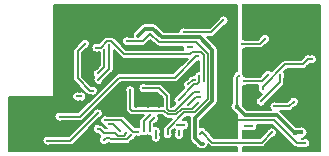
<source format=gbr>
G04 #@! TF.GenerationSoftware,KiCad,Pcbnew,(5.1.5-0-10_14)*
G04 #@! TF.CreationDate,2020-09-25T15:53:29-04:00*
G04 #@! TF.ProjectId,ESLO_RB,45534c4f-5f52-4422-9e6b-696361645f70,rev?*
G04 #@! TF.SameCoordinates,Original*
G04 #@! TF.FileFunction,Copper,L2,Inr*
G04 #@! TF.FilePolarity,Positive*
%FSLAX46Y46*%
G04 Gerber Fmt 4.6, Leading zero omitted, Abs format (unit mm)*
G04 Created by KiCad (PCBNEW (5.1.5-0-10_14)) date 2020-09-25 15:53:29*
%MOMM*%
%LPD*%
G04 APERTURE LIST*
%ADD10C,0.450000*%
%ADD11C,0.254000*%
%ADD12C,0.300000*%
%ADD13C,0.150000*%
%ADD14C,0.200000*%
G04 APERTURE END LIST*
D10*
X144100000Y-98600000D03*
X149574992Y-100800000D03*
X149000000Y-100825002D03*
D11*
X144260002Y-95980000D03*
X137200000Y-90500000D03*
X140500000Y-91100000D03*
X134550000Y-94600000D03*
X135550000Y-94600000D03*
X136550000Y-94600000D03*
X137550000Y-94600000D03*
X138550000Y-94600000D03*
X136550000Y-95600000D03*
X134550000Y-95600000D03*
X135550000Y-95600000D03*
X138550000Y-95600000D03*
X137550000Y-95600000D03*
X134550000Y-96600000D03*
X137550000Y-96600000D03*
X136550000Y-96600000D03*
X138550000Y-96600000D03*
X135550000Y-96600000D03*
X134550000Y-97600000D03*
X136550000Y-97600000D03*
X137550000Y-97600000D03*
X138550000Y-97600000D03*
X135550000Y-97600000D03*
X138550000Y-98600000D03*
X137550000Y-98600000D03*
X135550000Y-98600000D03*
X136550000Y-98600000D03*
X134550000Y-98600000D03*
X125000000Y-97950000D03*
D10*
X128800000Y-95000000D03*
X128800000Y-96800000D03*
D11*
X126000000Y-97950000D03*
X127000000Y-97950000D03*
X128000000Y-97950000D03*
X125000000Y-99000000D03*
X125000000Y-100000000D03*
X125000000Y-100700000D03*
D10*
X128800000Y-93000000D03*
X128800000Y-92000000D03*
X128800000Y-91000000D03*
X128800000Y-90200000D03*
D11*
X129600000Y-90100000D03*
X130600000Y-90100000D03*
X131600000Y-90100000D03*
X132600000Y-90100000D03*
X133600000Y-90100000D03*
X134600000Y-90100000D03*
X129600000Y-95000000D03*
X129600000Y-94000000D03*
X129600000Y-93000000D03*
X130600000Y-93000000D03*
X131600000Y-93000000D03*
X132600000Y-93000000D03*
X133450000Y-92160000D03*
X134170000Y-91880000D03*
X134500000Y-91400000D03*
X134600000Y-90700000D03*
X129600000Y-96700000D03*
X130600000Y-96700000D03*
X131600000Y-96700000D03*
X132200000Y-94900000D03*
X131000000Y-95300000D03*
X131800000Y-95300000D03*
X131800000Y-96000000D03*
X129600000Y-97800000D03*
X131600000Y-97800000D03*
X126000000Y-99000000D03*
X127000000Y-99000000D03*
X128000000Y-98900000D03*
X128200000Y-100850000D03*
X130300000Y-100275000D03*
X128150000Y-102250000D03*
X125000000Y-102250000D03*
X126000000Y-100000000D03*
X131800000Y-99100000D03*
X140900000Y-95350000D03*
X144050000Y-99750000D03*
X144050000Y-100250000D03*
X132050000Y-101600000D03*
X138350000Y-91100008D03*
D10*
X128800000Y-97750000D03*
X128632956Y-99869603D03*
D11*
X138600000Y-101800000D03*
D10*
X141875000Y-90500000D03*
D11*
X142600000Y-99700000D03*
X144050000Y-100750000D03*
X149900000Y-101700000D03*
X142600000Y-100200000D03*
X142600000Y-100700000D03*
X142600000Y-101200000D03*
X134400000Y-102000000D03*
X129425000Y-100300000D03*
X128750000Y-100650000D03*
D10*
X131990000Y-92049996D03*
D11*
X136500000Y-102077990D03*
X141242770Y-100254086D03*
X144050000Y-101240000D03*
X137242601Y-91634829D03*
X140786864Y-94917376D03*
X128825000Y-94000000D03*
X134810000Y-93070000D03*
X138250000Y-100950000D03*
X136800000Y-92425008D03*
X140925000Y-93400000D03*
X135725000Y-92600000D03*
X144707990Y-96445681D03*
X146756091Y-95906091D03*
X141230002Y-101750000D03*
X142050004Y-95810000D03*
X146350000Y-91549994D03*
X149500000Y-94550000D03*
X150400000Y-91250000D03*
X145175000Y-97300000D03*
X150474992Y-97500000D03*
X145374197Y-100904012D03*
D10*
X144765606Y-91590259D03*
D11*
X149920000Y-92360000D03*
X144673344Y-90003786D03*
X146500000Y-92875000D03*
X144585670Y-93307502D03*
X150450000Y-94600000D03*
X150150000Y-94600004D03*
X145425000Y-100275000D03*
X144841264Y-100265103D03*
X146300000Y-97100000D03*
X132400000Y-96350000D03*
X133313289Y-93413892D03*
X132351091Y-95801091D03*
X132900000Y-93820987D03*
X147075000Y-100800000D03*
X141149039Y-100750003D03*
X140997010Y-100970000D03*
X132325000Y-100500000D03*
X134750000Y-100850000D03*
X132850606Y-100831021D03*
X130600000Y-97750000D03*
X130950000Y-97750000D03*
X134250000Y-100700000D03*
X133313892Y-100092010D03*
X139075000Y-100175000D03*
X139675000Y-100150000D03*
X139250000Y-100700000D03*
X139217990Y-101025000D03*
X129100000Y-99449992D03*
X140860000Y-94350002D03*
X128080000Y-101490000D03*
X132336461Y-99182034D03*
X142980000Y-91309999D03*
X139599992Y-92322979D03*
X140975000Y-97825000D03*
X139990000Y-98450000D03*
X135075000Y-97199998D03*
X140821735Y-98324253D03*
X136200000Y-97050000D03*
X140900000Y-97350000D03*
X131920000Y-97250000D03*
X131256099Y-93284907D03*
X140922990Y-96025000D03*
X139175000Y-98050000D03*
X141314011Y-96450000D03*
X132222897Y-93614227D03*
X136234522Y-100678960D03*
X136765908Y-99304011D03*
X135750000Y-100750000D03*
X132975000Y-99768404D03*
X135148447Y-101052010D03*
X132855465Y-101422902D03*
X133325000Y-101225000D03*
X136764029Y-100685972D03*
X137081186Y-99609474D03*
X139940000Y-93550000D03*
X140290000Y-93550000D03*
X140539998Y-96350000D03*
X139980000Y-96730000D03*
X137250000Y-100700000D03*
X137249890Y-101227021D03*
X146150000Y-98175006D03*
X147771607Y-95946607D03*
X148925000Y-98200000D03*
X147300000Y-98595429D03*
D12*
X149025002Y-100800000D02*
X149000000Y-100825002D01*
X149574992Y-100800000D02*
X149025002Y-100800000D01*
X147535374Y-99360374D02*
X149000000Y-100825000D01*
X144810374Y-99360374D02*
X147535374Y-99360374D01*
X144100000Y-98650000D02*
X144810374Y-99360374D01*
X144100000Y-98600000D02*
X144100000Y-98650000D01*
D13*
X144100000Y-98600000D02*
X144100000Y-96140002D01*
X144100000Y-96140002D02*
X144260002Y-95980000D01*
X149183996Y-101700000D02*
X149900000Y-101700000D01*
X147233996Y-99750000D02*
X149183996Y-101700000D01*
X144050000Y-99750000D02*
X147233996Y-99750000D01*
X136155008Y-93070000D02*
X136800000Y-92425008D01*
X134810000Y-93070000D02*
X136155008Y-93070000D01*
X140675000Y-93150000D02*
X137524992Y-93150000D01*
X140925000Y-93400000D02*
X140675000Y-93150000D01*
X137524992Y-93150000D02*
X136800000Y-92425008D01*
X141666013Y-97988664D02*
X141666013Y-94141013D01*
X141666013Y-94141013D02*
X140925000Y-93400000D01*
X138250000Y-100950000D02*
X138250000Y-100498783D01*
X139646771Y-99102012D02*
X140552665Y-99102012D01*
X138250000Y-100498783D02*
X139646771Y-99102012D01*
X140552665Y-99102012D02*
X141666013Y-97988664D01*
X146216501Y-96445681D02*
X146756091Y-95906091D01*
X144707990Y-96445681D02*
X146216501Y-96445681D01*
D12*
X141230002Y-101750000D02*
X141050397Y-101750000D01*
X137017998Y-91997998D02*
X137769989Y-92749989D01*
X137769989Y-92749989D02*
X140979989Y-92749989D01*
X141050397Y-101750000D02*
X140570000Y-101269603D01*
X142050004Y-98135018D02*
X142050004Y-95810000D01*
X142050004Y-93820004D02*
X142050004Y-95810000D01*
X135725000Y-92600000D02*
X136327002Y-91997998D01*
X140570000Y-101269603D02*
X140570000Y-99615022D01*
X136327002Y-91997998D02*
X137017998Y-91997998D01*
X140570000Y-99615022D02*
X142050004Y-98135018D01*
X140979989Y-92749989D02*
X142050004Y-93820004D01*
D13*
X146500000Y-92875000D02*
X146067498Y-93307502D01*
X146067498Y-93307502D02*
X144585670Y-93307502D01*
X150450000Y-94600000D02*
X150150004Y-94600000D01*
X150150004Y-94600000D02*
X150150000Y-94600004D01*
X144851161Y-100275000D02*
X144841264Y-100265103D01*
X145425000Y-100275000D02*
X144851161Y-100275000D01*
X146300000Y-96920395D02*
X148190395Y-95030000D01*
X146300000Y-97100000D02*
X146300000Y-96920395D01*
X149720004Y-95030000D02*
X150150000Y-94600004D01*
X148190395Y-95030000D02*
X149720004Y-95030000D01*
X132400000Y-96350000D02*
X133313289Y-95436711D01*
X133313289Y-95436711D02*
X133313289Y-93413892D01*
X132900000Y-95252182D02*
X132900000Y-93820987D01*
X132351091Y-95801091D02*
X132900000Y-95252182D01*
X147075000Y-100800000D02*
X146227001Y-101647999D01*
X142047035Y-101647999D02*
X141149039Y-100750003D01*
X146227001Y-101647999D02*
X142047035Y-101647999D01*
X140997010Y-100902032D02*
X140997010Y-100970000D01*
X141149039Y-100750003D02*
X140997010Y-100902032D01*
X133835059Y-100831021D02*
X132850606Y-100831021D01*
X134750000Y-100850000D02*
X134522999Y-101077001D01*
X134081039Y-101077001D02*
X133835059Y-100831021D01*
X134522999Y-101077001D02*
X134081039Y-101077001D01*
X132325000Y-100500000D02*
X132519585Y-100500000D01*
X132519585Y-100500000D02*
X132850606Y-100831021D01*
X130600000Y-97750000D02*
X130950000Y-97750000D01*
X133642010Y-100092010D02*
X133313892Y-100092010D01*
X134250000Y-100700000D02*
X133642010Y-100092010D01*
X139650000Y-100175000D02*
X139675000Y-100150000D01*
X139075000Y-100175000D02*
X139650000Y-100175000D01*
X139250000Y-100992990D02*
X139217990Y-101025000D01*
X139250000Y-100700000D02*
X139250000Y-100992990D01*
X129100000Y-99449992D02*
X130850008Y-99449992D01*
X130850008Y-99449992D02*
X134126999Y-96173001D01*
X134126999Y-96173001D02*
X138857396Y-96173001D01*
X140680395Y-94350002D02*
X140860000Y-94350002D01*
X138857396Y-96173001D02*
X140680395Y-94350002D01*
X128070000Y-101500000D02*
X128080000Y-101490000D01*
X130028495Y-101490000D02*
X132336461Y-99182034D01*
X128080000Y-101490000D02*
X130028495Y-101490000D01*
X141967020Y-92322979D02*
X139599992Y-92322979D01*
X142980000Y-91309999D02*
X141967020Y-92322979D01*
X140975000Y-97825000D02*
X140615000Y-97825000D01*
X140615000Y-97825000D02*
X139990000Y-98450000D01*
X136150000Y-98950000D02*
X136152001Y-98952001D01*
X140343987Y-98802001D02*
X140821735Y-98324253D01*
X139432859Y-98802001D02*
X140343987Y-98802001D01*
X135227001Y-98952001D02*
X136147999Y-98952001D01*
X136147999Y-98952001D02*
X136150000Y-98950000D01*
X138982848Y-99252012D02*
X139432859Y-98802001D01*
X135075000Y-97199998D02*
X135075000Y-98800000D01*
X137952001Y-98952001D02*
X138252012Y-99252012D01*
X135075000Y-98800000D02*
X135227001Y-98952001D01*
X138252012Y-99252012D02*
X138982848Y-99252012D01*
X136152001Y-98952001D02*
X137952001Y-98952001D01*
X140460395Y-97350000D02*
X140900000Y-97350000D01*
X138858394Y-98952001D02*
X140460395Y-97350000D01*
X138381039Y-98952001D02*
X138858394Y-98952001D01*
X138197999Y-98768961D02*
X138381039Y-98952001D01*
X136200000Y-97050000D02*
X137500000Y-97050000D01*
X137500000Y-97050000D02*
X138197999Y-97747999D01*
X138197999Y-97747999D02*
X138197999Y-98768961D01*
X130623001Y-93918005D02*
X131256099Y-93284907D01*
X131650000Y-97250000D02*
X130623001Y-96223001D01*
X131920000Y-97250000D02*
X131650000Y-97250000D01*
X130623001Y-96223001D02*
X130623001Y-93918005D01*
X140900000Y-96025000D02*
X140922990Y-96025000D01*
X140922990Y-96507972D02*
X140718961Y-96712001D01*
X140512999Y-96712001D02*
X139175000Y-98050000D01*
X140922990Y-96025000D02*
X140922990Y-96507972D01*
X140718961Y-96712001D02*
X140512999Y-96712001D01*
X141314011Y-94263049D02*
X141314011Y-96450000D01*
X141038961Y-93987999D02*
X141314011Y-94263049D01*
X140311039Y-93987999D02*
X141038961Y-93987999D01*
X140129038Y-94170000D02*
X140311039Y-93987999D01*
X132591990Y-93614227D02*
X133144327Y-93061890D01*
X133144327Y-93061890D02*
X133482251Y-93061890D01*
X134590361Y-94170000D02*
X140129038Y-94170000D01*
X133482251Y-93061890D02*
X134590361Y-94170000D01*
X132222897Y-93614227D02*
X132591990Y-93614227D01*
X136765908Y-99304011D02*
X136234522Y-99835397D01*
X136234522Y-99835397D02*
X136234522Y-100678960D01*
X133003404Y-99740000D02*
X132975000Y-99768404D01*
X135350000Y-100750000D02*
X134340000Y-99740000D01*
X134340000Y-99740000D02*
X133003404Y-99740000D01*
X135750000Y-100750000D02*
X135350000Y-100750000D01*
X134823445Y-101377012D02*
X133477012Y-101377012D01*
X133477012Y-101377012D02*
X133325000Y-101225000D01*
X135148447Y-101052010D02*
X134823445Y-101377012D01*
X133320000Y-101230000D02*
X133325000Y-101225000D01*
X133040000Y-101230000D02*
X133320000Y-101230000D01*
X132855465Y-101414535D02*
X133040000Y-101230000D01*
X132855465Y-101422902D02*
X132855465Y-101414535D01*
X136764029Y-99926631D02*
X137081186Y-99609474D01*
X136764029Y-100685972D02*
X136764029Y-99926631D01*
X139940000Y-93550000D02*
X140290000Y-93550000D01*
X140360000Y-96350000D02*
X139980000Y-96730000D01*
X140539998Y-96350000D02*
X140360000Y-96350000D01*
X137250000Y-100700000D02*
X137250000Y-101226911D01*
X137250000Y-101226911D02*
X137249890Y-101227021D01*
X147771607Y-96553399D02*
X147771607Y-95946607D01*
X146150000Y-98175006D02*
X147771607Y-96553399D01*
X148925000Y-98200000D02*
X148529571Y-98595429D01*
X148529571Y-98595429D02*
X147300000Y-98595429D01*
D14*
G36*
X144100000Y-95584094D02*
G01*
X144057742Y-95601598D01*
X143987805Y-95648327D01*
X143928329Y-95707803D01*
X143881600Y-95777740D01*
X143849411Y-95855449D01*
X143848216Y-95861457D01*
X143847862Y-95861811D01*
X143833553Y-95873554D01*
X143811481Y-95900449D01*
X143786691Y-95930656D01*
X143762989Y-95975000D01*
X143751870Y-95995802D01*
X143734364Y-96053513D01*
X143730427Y-96066490D01*
X143723186Y-96140002D01*
X143725001Y-96158428D01*
X143725000Y-98232538D01*
X143692206Y-98265332D01*
X143634751Y-98351319D01*
X143595176Y-98446863D01*
X143575000Y-98548292D01*
X143575000Y-98651708D01*
X143595176Y-98753137D01*
X143634751Y-98848681D01*
X143692206Y-98934668D01*
X143765332Y-99007794D01*
X143851319Y-99065249D01*
X143898323Y-99084719D01*
X144100000Y-99286396D01*
X144100000Y-101272999D01*
X142202365Y-101272999D01*
X141560825Y-100631460D01*
X141559630Y-100625452D01*
X141527441Y-100547743D01*
X141480712Y-100477806D01*
X141421236Y-100418330D01*
X141351299Y-100371601D01*
X141273590Y-100339412D01*
X141191095Y-100323003D01*
X141106983Y-100323003D01*
X141024488Y-100339412D01*
X141020000Y-100341271D01*
X141020000Y-99801417D01*
X142352577Y-98468841D01*
X142369741Y-98454755D01*
X142383828Y-98437590D01*
X142383832Y-98437586D01*
X142425975Y-98386235D01*
X142467761Y-98308059D01*
X142483822Y-98255112D01*
X142493493Y-98223233D01*
X142500004Y-98157123D01*
X142500004Y-98157112D01*
X142502180Y-98135018D01*
X142500004Y-98112924D01*
X142500004Y-93842098D01*
X142502180Y-93820004D01*
X142500004Y-93797910D01*
X142500004Y-93797899D01*
X142493493Y-93731789D01*
X142467761Y-93646963D01*
X142455227Y-93623513D01*
X142425975Y-93568787D01*
X142383832Y-93517436D01*
X142383828Y-93517432D01*
X142369741Y-93500267D01*
X142352577Y-93486181D01*
X141564374Y-92697979D01*
X141948604Y-92697979D01*
X141967020Y-92699793D01*
X141985436Y-92697979D01*
X141985439Y-92697979D01*
X142040533Y-92692553D01*
X142111220Y-92671110D01*
X142176367Y-92636288D01*
X142233468Y-92589427D01*
X142245215Y-92575113D01*
X143098544Y-91721785D01*
X143104551Y-91720590D01*
X143182260Y-91688401D01*
X143252197Y-91641672D01*
X143311673Y-91582196D01*
X143358402Y-91512259D01*
X143390591Y-91434550D01*
X143407000Y-91352055D01*
X143407000Y-91267943D01*
X143390591Y-91185448D01*
X143358402Y-91107739D01*
X143311673Y-91037802D01*
X143252197Y-90978326D01*
X143182260Y-90931597D01*
X143104551Y-90899408D01*
X143022056Y-90882999D01*
X142937944Y-90882999D01*
X142855449Y-90899408D01*
X142777740Y-90931597D01*
X142707803Y-90978326D01*
X142648327Y-91037802D01*
X142601598Y-91107739D01*
X142569409Y-91185448D01*
X142568214Y-91191455D01*
X141811691Y-91947979D01*
X139807344Y-91947979D01*
X139802252Y-91944577D01*
X139724543Y-91912388D01*
X139642048Y-91895979D01*
X139557936Y-91895979D01*
X139475441Y-91912388D01*
X139397732Y-91944577D01*
X139327795Y-91991306D01*
X139268319Y-92050782D01*
X139221590Y-92120719D01*
X139189401Y-92198428D01*
X139172992Y-92280923D01*
X139172992Y-92299989D01*
X137956385Y-92299989D01*
X137351826Y-91695431D01*
X137337735Y-91678261D01*
X137269214Y-91622027D01*
X137191039Y-91580241D01*
X137106213Y-91554509D01*
X137040103Y-91547998D01*
X137040092Y-91547998D01*
X137017998Y-91545822D01*
X136995904Y-91547998D01*
X136349093Y-91547998D01*
X136327001Y-91545822D01*
X136304909Y-91547998D01*
X136304897Y-91547998D01*
X136238787Y-91554509D01*
X136153961Y-91580241D01*
X136103016Y-91607472D01*
X136075785Y-91622027D01*
X136024434Y-91664170D01*
X136024430Y-91664174D01*
X136007265Y-91678261D01*
X135993178Y-91695426D01*
X135391172Y-92297433D01*
X135349029Y-92348784D01*
X135307243Y-92426960D01*
X135281512Y-92511785D01*
X135272824Y-92600000D01*
X135281512Y-92688215D01*
X135283570Y-92695000D01*
X135017352Y-92695000D01*
X135012260Y-92691598D01*
X134934551Y-92659409D01*
X134852056Y-92643000D01*
X134767944Y-92643000D01*
X134685449Y-92659409D01*
X134607740Y-92691598D01*
X134537803Y-92738327D01*
X134478327Y-92797803D01*
X134431598Y-92867740D01*
X134399409Y-92945449D01*
X134383000Y-93027944D01*
X134383000Y-93112056D01*
X134399409Y-93194551D01*
X134431598Y-93272260D01*
X134478327Y-93342197D01*
X134537803Y-93401673D01*
X134607740Y-93448402D01*
X134685449Y-93480591D01*
X134767944Y-93497000D01*
X134852056Y-93497000D01*
X134934551Y-93480591D01*
X135012260Y-93448402D01*
X135017352Y-93445000D01*
X136136592Y-93445000D01*
X136155008Y-93446814D01*
X136173424Y-93445000D01*
X136173427Y-93445000D01*
X136228521Y-93439574D01*
X136299208Y-93418131D01*
X136364355Y-93383309D01*
X136421456Y-93336448D01*
X136433203Y-93322134D01*
X136800000Y-92955337D01*
X137246801Y-93402139D01*
X137258544Y-93416448D01*
X137276841Y-93431464D01*
X137315645Y-93463310D01*
X137347977Y-93480591D01*
X137380792Y-93498131D01*
X137451479Y-93519574D01*
X137506573Y-93525000D01*
X137506576Y-93525000D01*
X137524992Y-93526814D01*
X137543408Y-93525000D01*
X139513000Y-93525000D01*
X139513000Y-93592056D01*
X139529409Y-93674551D01*
X139561598Y-93752260D01*
X139590155Y-93795000D01*
X134745691Y-93795000D01*
X133760446Y-92809756D01*
X133748699Y-92795442D01*
X133691598Y-92748581D01*
X133626451Y-92713759D01*
X133555764Y-92692316D01*
X133500670Y-92686890D01*
X133500667Y-92686890D01*
X133482251Y-92685076D01*
X133463835Y-92686890D01*
X133162742Y-92686890D01*
X133144326Y-92685076D01*
X133125910Y-92686890D01*
X133125908Y-92686890D01*
X133070814Y-92692316D01*
X133000127Y-92713759D01*
X133000125Y-92713760D01*
X132934979Y-92748581D01*
X132908093Y-92770647D01*
X132877879Y-92795442D01*
X132866136Y-92809751D01*
X132436661Y-93239227D01*
X132430249Y-93239227D01*
X132425157Y-93235825D01*
X132347448Y-93203636D01*
X132264953Y-93187227D01*
X132180841Y-93187227D01*
X132098346Y-93203636D01*
X132020637Y-93235825D01*
X131950700Y-93282554D01*
X131891224Y-93342030D01*
X131844495Y-93411967D01*
X131812306Y-93489676D01*
X131795897Y-93572171D01*
X131795897Y-93656283D01*
X131812306Y-93738778D01*
X131844495Y-93816487D01*
X131891224Y-93886424D01*
X131950700Y-93945900D01*
X132020637Y-93992629D01*
X132098346Y-94024818D01*
X132180841Y-94041227D01*
X132264953Y-94041227D01*
X132347448Y-94024818D01*
X132425157Y-93992629D01*
X132430249Y-93989227D01*
X132507506Y-93989227D01*
X132521598Y-94023247D01*
X132525001Y-94028340D01*
X132525000Y-95096852D01*
X132232548Y-95389305D01*
X132226540Y-95390500D01*
X132148831Y-95422689D01*
X132078894Y-95469418D01*
X132019418Y-95528894D01*
X131972689Y-95598831D01*
X131940500Y-95676540D01*
X131924091Y-95759035D01*
X131924091Y-95843147D01*
X131940500Y-95925642D01*
X131972689Y-96003351D01*
X132019418Y-96073288D01*
X132050546Y-96104416D01*
X132021598Y-96147740D01*
X131989409Y-96225449D01*
X131973000Y-96307944D01*
X131973000Y-96392056D01*
X131989409Y-96474551D01*
X132021598Y-96552260D01*
X132068327Y-96622197D01*
X132127803Y-96681673D01*
X132197740Y-96728402D01*
X132275449Y-96760591D01*
X132357944Y-96777000D01*
X132442056Y-96777000D01*
X132524551Y-96760591D01*
X132602260Y-96728402D01*
X132672197Y-96681673D01*
X132731673Y-96622197D01*
X132778402Y-96552260D01*
X132810591Y-96474551D01*
X132811786Y-96468543D01*
X133565429Y-95714901D01*
X133579737Y-95703159D01*
X133601582Y-95676540D01*
X133626599Y-95646058D01*
X133651049Y-95600313D01*
X133661420Y-95580911D01*
X133682863Y-95510224D01*
X133688289Y-95455130D01*
X133688289Y-95455127D01*
X133690103Y-95436711D01*
X133688289Y-95418295D01*
X133688289Y-93798257D01*
X134312170Y-94422139D01*
X134323913Y-94436448D01*
X134381014Y-94483309D01*
X134446161Y-94518131D01*
X134516848Y-94539574D01*
X134571942Y-94545000D01*
X134571944Y-94545000D01*
X134590360Y-94546814D01*
X134608776Y-94545000D01*
X139955067Y-94545000D01*
X138702067Y-95798001D01*
X134145414Y-95798001D01*
X134126998Y-95796187D01*
X134108582Y-95798001D01*
X134108580Y-95798001D01*
X134053486Y-95803427D01*
X133982799Y-95824870D01*
X133982797Y-95824871D01*
X133948605Y-95843147D01*
X133917652Y-95859692D01*
X133860551Y-95906553D01*
X133848809Y-95920861D01*
X132260129Y-97509542D01*
X132298402Y-97452260D01*
X132330591Y-97374551D01*
X132347000Y-97292056D01*
X132347000Y-97207944D01*
X132330591Y-97125449D01*
X132298402Y-97047740D01*
X132251673Y-96977803D01*
X132192197Y-96918327D01*
X132122260Y-96871598D01*
X132044551Y-96839409D01*
X131962056Y-96823000D01*
X131877944Y-96823000D01*
X131795449Y-96839409D01*
X131777269Y-96846939D01*
X130998001Y-96067672D01*
X130998001Y-94073334D01*
X131374643Y-93696693D01*
X131380650Y-93695498D01*
X131458359Y-93663309D01*
X131528296Y-93616580D01*
X131587772Y-93557104D01*
X131634501Y-93487167D01*
X131666690Y-93409458D01*
X131683099Y-93326963D01*
X131683099Y-93242851D01*
X131666690Y-93160356D01*
X131634501Y-93082647D01*
X131587772Y-93012710D01*
X131528296Y-92953234D01*
X131458359Y-92906505D01*
X131380650Y-92874316D01*
X131298155Y-92857907D01*
X131214043Y-92857907D01*
X131131548Y-92874316D01*
X131053839Y-92906505D01*
X130983902Y-92953234D01*
X130924426Y-93012710D01*
X130877697Y-93082647D01*
X130845508Y-93160356D01*
X130844313Y-93166363D01*
X130370862Y-93639814D01*
X130356554Y-93651557D01*
X130335849Y-93676787D01*
X130309692Y-93708659D01*
X130277133Y-93769573D01*
X130274871Y-93773805D01*
X130253639Y-93843799D01*
X130253428Y-93844493D01*
X130246187Y-93918005D01*
X130248002Y-93936431D01*
X130248001Y-96204585D01*
X130246187Y-96223001D01*
X130248001Y-96241417D01*
X130248001Y-96241419D01*
X130253427Y-96296513D01*
X130274870Y-96367200D01*
X130309692Y-96432347D01*
X130356553Y-96489449D01*
X130370867Y-96501196D01*
X131371809Y-97502139D01*
X131383552Y-97516448D01*
X131440653Y-97563309D01*
X131505800Y-97598131D01*
X131576487Y-97619574D01*
X131631581Y-97625000D01*
X131631584Y-97625000D01*
X131650000Y-97626814D01*
X131668416Y-97625000D01*
X131712648Y-97625000D01*
X131717740Y-97628402D01*
X131795449Y-97660591D01*
X131877944Y-97677000D01*
X131962056Y-97677000D01*
X132044551Y-97660591D01*
X132122260Y-97628402D01*
X132179542Y-97590129D01*
X130694679Y-99074992D01*
X129307352Y-99074992D01*
X129302260Y-99071590D01*
X129224551Y-99039401D01*
X129142056Y-99022992D01*
X129057944Y-99022992D01*
X128975449Y-99039401D01*
X128897740Y-99071590D01*
X128827803Y-99118319D01*
X128768327Y-99177795D01*
X128721598Y-99247732D01*
X128689409Y-99325441D01*
X128673000Y-99407936D01*
X128673000Y-99492048D01*
X128689409Y-99574543D01*
X128721598Y-99652252D01*
X128768327Y-99722189D01*
X128827803Y-99781665D01*
X128897740Y-99828394D01*
X128975449Y-99860583D01*
X129057944Y-99876992D01*
X129142056Y-99876992D01*
X129224551Y-99860583D01*
X129302260Y-99828394D01*
X129307352Y-99824992D01*
X130831592Y-99824992D01*
X130850008Y-99826806D01*
X130868424Y-99824992D01*
X130868427Y-99824992D01*
X130923521Y-99819566D01*
X130994208Y-99798123D01*
X131059355Y-99763301D01*
X131116456Y-99716440D01*
X131128203Y-99702126D01*
X134282329Y-96548001D01*
X138838980Y-96548001D01*
X138857396Y-96549815D01*
X138875812Y-96548001D01*
X138875815Y-96548001D01*
X138930909Y-96542575D01*
X139001596Y-96521132D01*
X139066743Y-96486310D01*
X139123844Y-96439449D01*
X139135591Y-96425135D01*
X140789402Y-94771325D01*
X140817944Y-94777002D01*
X140902056Y-94777002D01*
X140939011Y-94769651D01*
X140939012Y-95598000D01*
X140880934Y-95598000D01*
X140798439Y-95614409D01*
X140720730Y-95646598D01*
X140650793Y-95693327D01*
X140591317Y-95752803D01*
X140544588Y-95822740D01*
X140512399Y-95900449D01*
X140507913Y-95923000D01*
X140497942Y-95923000D01*
X140415447Y-95939409D01*
X140337738Y-95971598D01*
X140331102Y-95976032D01*
X140286487Y-95980426D01*
X140215800Y-96001869D01*
X140215798Y-96001870D01*
X140206983Y-96006582D01*
X140150653Y-96036691D01*
X140093552Y-96083552D01*
X140081810Y-96097860D01*
X139861457Y-96318214D01*
X139855449Y-96319409D01*
X139777740Y-96351598D01*
X139707803Y-96398327D01*
X139648327Y-96457803D01*
X139601598Y-96527740D01*
X139569409Y-96605449D01*
X139553000Y-96687944D01*
X139553000Y-96772056D01*
X139569409Y-96854551D01*
X139601598Y-96932260D01*
X139648327Y-97002197D01*
X139670400Y-97024270D01*
X139056457Y-97638214D01*
X139050449Y-97639409D01*
X138972740Y-97671598D01*
X138902803Y-97718327D01*
X138843327Y-97777803D01*
X138796598Y-97847740D01*
X138764409Y-97925449D01*
X138748000Y-98007944D01*
X138748000Y-98092056D01*
X138764409Y-98174551D01*
X138796598Y-98252260D01*
X138843327Y-98322197D01*
X138900598Y-98379468D01*
X138703065Y-98577001D01*
X138572999Y-98577001D01*
X138572999Y-97766415D01*
X138574813Y-97747999D01*
X138572548Y-97725000D01*
X138567573Y-97674486D01*
X138546130Y-97603799D01*
X138522370Y-97559347D01*
X138511309Y-97538652D01*
X138476188Y-97495858D01*
X138464447Y-97481551D01*
X138450139Y-97469809D01*
X137778195Y-96797866D01*
X137766448Y-96783552D01*
X137709347Y-96736691D01*
X137644200Y-96701869D01*
X137573513Y-96680426D01*
X137518419Y-96675000D01*
X137518416Y-96675000D01*
X137500000Y-96673186D01*
X137481584Y-96675000D01*
X136407352Y-96675000D01*
X136402260Y-96671598D01*
X136324551Y-96639409D01*
X136242056Y-96623000D01*
X136157944Y-96623000D01*
X136075449Y-96639409D01*
X135997740Y-96671598D01*
X135927803Y-96718327D01*
X135868327Y-96777803D01*
X135821598Y-96847740D01*
X135789409Y-96925449D01*
X135773000Y-97007944D01*
X135773000Y-97092056D01*
X135789409Y-97174551D01*
X135821598Y-97252260D01*
X135868327Y-97322197D01*
X135927803Y-97381673D01*
X135997740Y-97428402D01*
X136075449Y-97460591D01*
X136157944Y-97477000D01*
X136242056Y-97477000D01*
X136324551Y-97460591D01*
X136402260Y-97428402D01*
X136407352Y-97425000D01*
X137344671Y-97425000D01*
X137822999Y-97903329D01*
X137823000Y-98577001D01*
X136188731Y-98577001D01*
X136150000Y-98573186D01*
X136111269Y-98577001D01*
X135450000Y-98577001D01*
X135450000Y-97407350D01*
X135453402Y-97402258D01*
X135485591Y-97324549D01*
X135502000Y-97242054D01*
X135502000Y-97157942D01*
X135485591Y-97075447D01*
X135453402Y-96997738D01*
X135406673Y-96927801D01*
X135347197Y-96868325D01*
X135277260Y-96821596D01*
X135199551Y-96789407D01*
X135117056Y-96772998D01*
X135032944Y-96772998D01*
X134950449Y-96789407D01*
X134872740Y-96821596D01*
X134802803Y-96868325D01*
X134743327Y-96927801D01*
X134696598Y-96997738D01*
X134664409Y-97075447D01*
X134648000Y-97157942D01*
X134648000Y-97242054D01*
X134664409Y-97324549D01*
X134696598Y-97402258D01*
X134700000Y-97407350D01*
X134700001Y-98781574D01*
X134698186Y-98800000D01*
X134703147Y-98850361D01*
X134705427Y-98873513D01*
X134726870Y-98944200D01*
X134761691Y-99009346D01*
X134775335Y-99025971D01*
X134808553Y-99066448D01*
X134822862Y-99078191D01*
X134948806Y-99204135D01*
X134960553Y-99218449D01*
X135017654Y-99265310D01*
X135082801Y-99300132D01*
X135153488Y-99321575D01*
X135208582Y-99327001D01*
X135208585Y-99327001D01*
X135227001Y-99328815D01*
X135245417Y-99327001D01*
X136129583Y-99327001D01*
X136147999Y-99328815D01*
X136150000Y-99328618D01*
X136152001Y-99328815D01*
X136170417Y-99327001D01*
X136212588Y-99327001D01*
X135982388Y-99557202D01*
X135968074Y-99568949D01*
X135921213Y-99626051D01*
X135886391Y-99691198D01*
X135864948Y-99761885D01*
X135859833Y-99813821D01*
X135857708Y-99835397D01*
X135859522Y-99853813D01*
X135859523Y-100336420D01*
X135792056Y-100323000D01*
X135707944Y-100323000D01*
X135625449Y-100339409D01*
X135547740Y-100371598D01*
X135542648Y-100375000D01*
X135505330Y-100375000D01*
X134618195Y-99487866D01*
X134606448Y-99473552D01*
X134549347Y-99426691D01*
X134484200Y-99391869D01*
X134413513Y-99370426D01*
X134358419Y-99365000D01*
X134358416Y-99365000D01*
X134340000Y-99363186D01*
X134321584Y-99365000D01*
X133116901Y-99365000D01*
X133099551Y-99357813D01*
X133017056Y-99341404D01*
X132932944Y-99341404D01*
X132850449Y-99357813D01*
X132772740Y-99390002D01*
X132702803Y-99436731D01*
X132643327Y-99496207D01*
X132596598Y-99566144D01*
X132564409Y-99643853D01*
X132548000Y-99726348D01*
X132548000Y-99810460D01*
X132564409Y-99892955D01*
X132596598Y-99970664D01*
X132643327Y-100040601D01*
X132702803Y-100100077D01*
X132772740Y-100146806D01*
X132850449Y-100178995D01*
X132897698Y-100188393D01*
X132903301Y-100216561D01*
X132935490Y-100294270D01*
X132982219Y-100364207D01*
X133041695Y-100423683D01*
X133090094Y-100456021D01*
X133057958Y-100456021D01*
X133052866Y-100452619D01*
X132975157Y-100420430D01*
X132969150Y-100419235D01*
X132797780Y-100247866D01*
X132786033Y-100233552D01*
X132728932Y-100186691D01*
X132663785Y-100151869D01*
X132593098Y-100130426D01*
X132538004Y-100125000D01*
X132538001Y-100125000D01*
X132531375Y-100124347D01*
X132527260Y-100121598D01*
X132449551Y-100089409D01*
X132367056Y-100073000D01*
X132282944Y-100073000D01*
X132200449Y-100089409D01*
X132122740Y-100121598D01*
X132052803Y-100168327D01*
X131993327Y-100227803D01*
X131946598Y-100297740D01*
X131914409Y-100375449D01*
X131898000Y-100457944D01*
X131898000Y-100542056D01*
X131914409Y-100624551D01*
X131946598Y-100702260D01*
X131993327Y-100772197D01*
X132052803Y-100831673D01*
X132122740Y-100878402D01*
X132200449Y-100910591D01*
X132282944Y-100927000D01*
X132367056Y-100927000D01*
X132408093Y-100918837D01*
X132438820Y-100949565D01*
X132440015Y-100955572D01*
X132472204Y-101033281D01*
X132518933Y-101103218D01*
X132545106Y-101129391D01*
X132523792Y-101150705D01*
X132477063Y-101220642D01*
X132444874Y-101298351D01*
X132428465Y-101380846D01*
X132428465Y-101464958D01*
X132444874Y-101547453D01*
X132477063Y-101625162D01*
X132523792Y-101695099D01*
X132583268Y-101754575D01*
X132653205Y-101801304D01*
X132730914Y-101833493D01*
X132813409Y-101849902D01*
X132897521Y-101849902D01*
X132980016Y-101833493D01*
X133057725Y-101801304D01*
X133127662Y-101754575D01*
X133187138Y-101695099D01*
X133217718Y-101649331D01*
X133267665Y-101690321D01*
X133332812Y-101725143D01*
X133403499Y-101746586D01*
X133458593Y-101752012D01*
X133458595Y-101752012D01*
X133477011Y-101753826D01*
X133495427Y-101752012D01*
X134805029Y-101752012D01*
X134823445Y-101753826D01*
X134841861Y-101752012D01*
X134841864Y-101752012D01*
X134896958Y-101746586D01*
X134967645Y-101725143D01*
X135032792Y-101690321D01*
X135089893Y-101643460D01*
X135101640Y-101629147D01*
X135266991Y-101463796D01*
X135272998Y-101462601D01*
X135350707Y-101430412D01*
X135420644Y-101383683D01*
X135480120Y-101324207D01*
X135526849Y-101254270D01*
X135559038Y-101176561D01*
X135567028Y-101136392D01*
X135625449Y-101160591D01*
X135707944Y-101177000D01*
X135792056Y-101177000D01*
X135874551Y-101160591D01*
X135952260Y-101128402D01*
X136022197Y-101081673D01*
X136042335Y-101061535D01*
X136109971Y-101089551D01*
X136192466Y-101105960D01*
X136276578Y-101105960D01*
X136359073Y-101089551D01*
X136436782Y-101057362D01*
X136494028Y-101019112D01*
X136561769Y-101064374D01*
X136639478Y-101096563D01*
X136721973Y-101112972D01*
X136806085Y-101112972D01*
X136838492Y-101106526D01*
X136822890Y-101184965D01*
X136822890Y-101269077D01*
X136839299Y-101351572D01*
X136871488Y-101429281D01*
X136918217Y-101499218D01*
X136977693Y-101558694D01*
X137047630Y-101605423D01*
X137125339Y-101637612D01*
X137207834Y-101654021D01*
X137291946Y-101654021D01*
X137374441Y-101637612D01*
X137452150Y-101605423D01*
X137522087Y-101558694D01*
X137581563Y-101499218D01*
X137628292Y-101429281D01*
X137660481Y-101351572D01*
X137676890Y-101269077D01*
X137676890Y-101184965D01*
X137660481Y-101102470D01*
X137628292Y-101024761D01*
X137625000Y-101019834D01*
X137625000Y-100907352D01*
X137628402Y-100902260D01*
X137660591Y-100824551D01*
X137677000Y-100742056D01*
X137677000Y-100657944D01*
X137660591Y-100575449D01*
X137628402Y-100497740D01*
X137581673Y-100427803D01*
X137522197Y-100368327D01*
X137452260Y-100321598D01*
X137374551Y-100289409D01*
X137292056Y-100273000D01*
X137207944Y-100273000D01*
X137139029Y-100286708D01*
X137139029Y-100081960D01*
X137199730Y-100021260D01*
X137205737Y-100020065D01*
X137283446Y-99987876D01*
X137353383Y-99941147D01*
X137412859Y-99881671D01*
X137459588Y-99811734D01*
X137491777Y-99734025D01*
X137508186Y-99651530D01*
X137508186Y-99567418D01*
X137491777Y-99484923D01*
X137459588Y-99407214D01*
X137412859Y-99337277D01*
X137402583Y-99327001D01*
X137796672Y-99327001D01*
X137973821Y-99504151D01*
X137985564Y-99518460D01*
X138000423Y-99530654D01*
X138042665Y-99565322D01*
X138087119Y-99589082D01*
X138107812Y-99600143D01*
X138178499Y-99621586D01*
X138233593Y-99627012D01*
X138233596Y-99627012D01*
X138252012Y-99628826D01*
X138270428Y-99627012D01*
X138591442Y-99627012D01*
X137997862Y-100220592D01*
X137983553Y-100232335D01*
X137971811Y-100246643D01*
X137936691Y-100289437D01*
X137918750Y-100323003D01*
X137901870Y-100354583D01*
X137880427Y-100425270D01*
X137875253Y-100477803D01*
X137873186Y-100498783D01*
X137875000Y-100517199D01*
X137875000Y-100742648D01*
X137871598Y-100747740D01*
X137839409Y-100825449D01*
X137823000Y-100907944D01*
X137823000Y-100992056D01*
X137839409Y-101074551D01*
X137871598Y-101152260D01*
X137918327Y-101222197D01*
X137977803Y-101281673D01*
X138047740Y-101328402D01*
X138125449Y-101360591D01*
X138207944Y-101377000D01*
X138292056Y-101377000D01*
X138374551Y-101360591D01*
X138452260Y-101328402D01*
X138522197Y-101281673D01*
X138581673Y-101222197D01*
X138628402Y-101152260D01*
X138660591Y-101074551D01*
X138677000Y-100992056D01*
X138677000Y-100907944D01*
X138660591Y-100825449D01*
X138628402Y-100747740D01*
X138625000Y-100742648D01*
X138625000Y-100654112D01*
X138787621Y-100491491D01*
X138802803Y-100506673D01*
X138853787Y-100540738D01*
X138839409Y-100575449D01*
X138823000Y-100657944D01*
X138823000Y-100742056D01*
X138839224Y-100823619D01*
X138807399Y-100900449D01*
X138790990Y-100982944D01*
X138790990Y-101067056D01*
X138807399Y-101149551D01*
X138839588Y-101227260D01*
X138886317Y-101297197D01*
X138945793Y-101356673D01*
X139015730Y-101403402D01*
X139093439Y-101435591D01*
X139175934Y-101452000D01*
X139260046Y-101452000D01*
X139342541Y-101435591D01*
X139420250Y-101403402D01*
X139490187Y-101356673D01*
X139549663Y-101297197D01*
X139596392Y-101227260D01*
X139628581Y-101149551D01*
X139644990Y-101067056D01*
X139644990Y-100982944D01*
X139628766Y-100901381D01*
X139660591Y-100824551D01*
X139677000Y-100742056D01*
X139677000Y-100657944D01*
X139660900Y-100577000D01*
X139717056Y-100577000D01*
X139799551Y-100560591D01*
X139877260Y-100528402D01*
X139947197Y-100481673D01*
X140006673Y-100422197D01*
X140053402Y-100352260D01*
X140085591Y-100274551D01*
X140102000Y-100192056D01*
X140102000Y-100107944D01*
X140085591Y-100025449D01*
X140053402Y-99947740D01*
X140006673Y-99877803D01*
X139947197Y-99818327D01*
X139877260Y-99771598D01*
X139799551Y-99739409D01*
X139717056Y-99723000D01*
X139632944Y-99723000D01*
X139550449Y-99739409D01*
X139532105Y-99747007D01*
X139802101Y-99477012D01*
X140141617Y-99477012D01*
X140126512Y-99526807D01*
X140117824Y-99615022D01*
X140120001Y-99637126D01*
X140120000Y-101247508D01*
X140117824Y-101269603D01*
X140120000Y-101291697D01*
X140120000Y-101291707D01*
X140126511Y-101357817D01*
X140147577Y-101427260D01*
X140152243Y-101442643D01*
X140194029Y-101520819D01*
X140232012Y-101567101D01*
X140250263Y-101589340D01*
X140267433Y-101603431D01*
X140716573Y-102052572D01*
X140730660Y-102069737D01*
X140747825Y-102083824D01*
X140747829Y-102083828D01*
X140799180Y-102125971D01*
X140877356Y-102167757D01*
X140962182Y-102193489D01*
X141028292Y-102200000D01*
X141028302Y-102200000D01*
X141050397Y-102202176D01*
X141072491Y-102200000D01*
X141252107Y-102200000D01*
X141318217Y-102193489D01*
X141403043Y-102167757D01*
X141481218Y-102125971D01*
X141549739Y-102069737D01*
X141605973Y-102001216D01*
X141647759Y-101923041D01*
X141673491Y-101838215D01*
X141676488Y-101807782D01*
X141768844Y-101900138D01*
X141780587Y-101914447D01*
X141837688Y-101961308D01*
X141902835Y-101996130D01*
X141973522Y-102017573D01*
X142028616Y-102022999D01*
X142028618Y-102022999D01*
X142047034Y-102024813D01*
X142065450Y-102022999D01*
X144100000Y-102022999D01*
X144100000Y-102375000D01*
X124825000Y-102375000D01*
X124825000Y-101447944D01*
X127653000Y-101447944D01*
X127653000Y-101532056D01*
X127669409Y-101614551D01*
X127701598Y-101692260D01*
X127748327Y-101762197D01*
X127807803Y-101821673D01*
X127877740Y-101868402D01*
X127955449Y-101900591D01*
X128037944Y-101917000D01*
X128122056Y-101917000D01*
X128204551Y-101900591D01*
X128282260Y-101868402D01*
X128287352Y-101865000D01*
X130010079Y-101865000D01*
X130028495Y-101866814D01*
X130046911Y-101865000D01*
X130046914Y-101865000D01*
X130102008Y-101859574D01*
X130172695Y-101838131D01*
X130237842Y-101803309D01*
X130294943Y-101756448D01*
X130306690Y-101742134D01*
X132455005Y-99593820D01*
X132461012Y-99592625D01*
X132538721Y-99560436D01*
X132608658Y-99513707D01*
X132668134Y-99454231D01*
X132714863Y-99384294D01*
X132747052Y-99306585D01*
X132763461Y-99224090D01*
X132763461Y-99139978D01*
X132747052Y-99057483D01*
X132714863Y-98979774D01*
X132668134Y-98909837D01*
X132608658Y-98850361D01*
X132538721Y-98803632D01*
X132461012Y-98771443D01*
X132378517Y-98755034D01*
X132294405Y-98755034D01*
X132211910Y-98771443D01*
X132134201Y-98803632D01*
X132064264Y-98850361D01*
X132004788Y-98909837D01*
X131958059Y-98979774D01*
X131925870Y-99057483D01*
X131924675Y-99063490D01*
X129873166Y-101115000D01*
X128287352Y-101115000D01*
X128282260Y-101111598D01*
X128204551Y-101079409D01*
X128122056Y-101063000D01*
X128037944Y-101063000D01*
X127955449Y-101079409D01*
X127877740Y-101111598D01*
X127807803Y-101158327D01*
X127748327Y-101217803D01*
X127701598Y-101287740D01*
X127669409Y-101365449D01*
X127653000Y-101447944D01*
X124825000Y-101447944D01*
X124825000Y-97800000D01*
X128500000Y-97800000D01*
X128519509Y-97798079D01*
X128538268Y-97792388D01*
X128555557Y-97783147D01*
X128570711Y-97770711D01*
X128583147Y-97755557D01*
X128592388Y-97738268D01*
X128598079Y-97719509D01*
X128599217Y-97707944D01*
X130173000Y-97707944D01*
X130173000Y-97792056D01*
X130189409Y-97874551D01*
X130221598Y-97952260D01*
X130268327Y-98022197D01*
X130327803Y-98081673D01*
X130397740Y-98128402D01*
X130475449Y-98160591D01*
X130557944Y-98177000D01*
X130642056Y-98177000D01*
X130724551Y-98160591D01*
X130775000Y-98139694D01*
X130825449Y-98160591D01*
X130907944Y-98177000D01*
X130992056Y-98177000D01*
X131074551Y-98160591D01*
X131152260Y-98128402D01*
X131222197Y-98081673D01*
X131281673Y-98022197D01*
X131328402Y-97952260D01*
X131360591Y-97874551D01*
X131377000Y-97792056D01*
X131377000Y-97707944D01*
X131360591Y-97625449D01*
X131328402Y-97547740D01*
X131281673Y-97477803D01*
X131222197Y-97418327D01*
X131152260Y-97371598D01*
X131074551Y-97339409D01*
X130992056Y-97323000D01*
X130907944Y-97323000D01*
X130825449Y-97339409D01*
X130775000Y-97360306D01*
X130724551Y-97339409D01*
X130642056Y-97323000D01*
X130557944Y-97323000D01*
X130475449Y-97339409D01*
X130397740Y-97371598D01*
X130327803Y-97418327D01*
X130268327Y-97477803D01*
X130221598Y-97547740D01*
X130189409Y-97625449D01*
X130173000Y-97707944D01*
X128599217Y-97707944D01*
X128600000Y-97700000D01*
X128600000Y-90025000D01*
X144100000Y-90025000D01*
X144100000Y-95584094D01*
G37*
X144100000Y-95584094D02*
X144057742Y-95601598D01*
X143987805Y-95648327D01*
X143928329Y-95707803D01*
X143881600Y-95777740D01*
X143849411Y-95855449D01*
X143848216Y-95861457D01*
X143847862Y-95861811D01*
X143833553Y-95873554D01*
X143811481Y-95900449D01*
X143786691Y-95930656D01*
X143762989Y-95975000D01*
X143751870Y-95995802D01*
X143734364Y-96053513D01*
X143730427Y-96066490D01*
X143723186Y-96140002D01*
X143725001Y-96158428D01*
X143725000Y-98232538D01*
X143692206Y-98265332D01*
X143634751Y-98351319D01*
X143595176Y-98446863D01*
X143575000Y-98548292D01*
X143575000Y-98651708D01*
X143595176Y-98753137D01*
X143634751Y-98848681D01*
X143692206Y-98934668D01*
X143765332Y-99007794D01*
X143851319Y-99065249D01*
X143898323Y-99084719D01*
X144100000Y-99286396D01*
X144100000Y-101272999D01*
X142202365Y-101272999D01*
X141560825Y-100631460D01*
X141559630Y-100625452D01*
X141527441Y-100547743D01*
X141480712Y-100477806D01*
X141421236Y-100418330D01*
X141351299Y-100371601D01*
X141273590Y-100339412D01*
X141191095Y-100323003D01*
X141106983Y-100323003D01*
X141024488Y-100339412D01*
X141020000Y-100341271D01*
X141020000Y-99801417D01*
X142352577Y-98468841D01*
X142369741Y-98454755D01*
X142383828Y-98437590D01*
X142383832Y-98437586D01*
X142425975Y-98386235D01*
X142467761Y-98308059D01*
X142483822Y-98255112D01*
X142493493Y-98223233D01*
X142500004Y-98157123D01*
X142500004Y-98157112D01*
X142502180Y-98135018D01*
X142500004Y-98112924D01*
X142500004Y-93842098D01*
X142502180Y-93820004D01*
X142500004Y-93797910D01*
X142500004Y-93797899D01*
X142493493Y-93731789D01*
X142467761Y-93646963D01*
X142455227Y-93623513D01*
X142425975Y-93568787D01*
X142383832Y-93517436D01*
X142383828Y-93517432D01*
X142369741Y-93500267D01*
X142352577Y-93486181D01*
X141564374Y-92697979D01*
X141948604Y-92697979D01*
X141967020Y-92699793D01*
X141985436Y-92697979D01*
X141985439Y-92697979D01*
X142040533Y-92692553D01*
X142111220Y-92671110D01*
X142176367Y-92636288D01*
X142233468Y-92589427D01*
X142245215Y-92575113D01*
X143098544Y-91721785D01*
X143104551Y-91720590D01*
X143182260Y-91688401D01*
X143252197Y-91641672D01*
X143311673Y-91582196D01*
X143358402Y-91512259D01*
X143390591Y-91434550D01*
X143407000Y-91352055D01*
X143407000Y-91267943D01*
X143390591Y-91185448D01*
X143358402Y-91107739D01*
X143311673Y-91037802D01*
X143252197Y-90978326D01*
X143182260Y-90931597D01*
X143104551Y-90899408D01*
X143022056Y-90882999D01*
X142937944Y-90882999D01*
X142855449Y-90899408D01*
X142777740Y-90931597D01*
X142707803Y-90978326D01*
X142648327Y-91037802D01*
X142601598Y-91107739D01*
X142569409Y-91185448D01*
X142568214Y-91191455D01*
X141811691Y-91947979D01*
X139807344Y-91947979D01*
X139802252Y-91944577D01*
X139724543Y-91912388D01*
X139642048Y-91895979D01*
X139557936Y-91895979D01*
X139475441Y-91912388D01*
X139397732Y-91944577D01*
X139327795Y-91991306D01*
X139268319Y-92050782D01*
X139221590Y-92120719D01*
X139189401Y-92198428D01*
X139172992Y-92280923D01*
X139172992Y-92299989D01*
X137956385Y-92299989D01*
X137351826Y-91695431D01*
X137337735Y-91678261D01*
X137269214Y-91622027D01*
X137191039Y-91580241D01*
X137106213Y-91554509D01*
X137040103Y-91547998D01*
X137040092Y-91547998D01*
X137017998Y-91545822D01*
X136995904Y-91547998D01*
X136349093Y-91547998D01*
X136327001Y-91545822D01*
X136304909Y-91547998D01*
X136304897Y-91547998D01*
X136238787Y-91554509D01*
X136153961Y-91580241D01*
X136103016Y-91607472D01*
X136075785Y-91622027D01*
X136024434Y-91664170D01*
X136024430Y-91664174D01*
X136007265Y-91678261D01*
X135993178Y-91695426D01*
X135391172Y-92297433D01*
X135349029Y-92348784D01*
X135307243Y-92426960D01*
X135281512Y-92511785D01*
X135272824Y-92600000D01*
X135281512Y-92688215D01*
X135283570Y-92695000D01*
X135017352Y-92695000D01*
X135012260Y-92691598D01*
X134934551Y-92659409D01*
X134852056Y-92643000D01*
X134767944Y-92643000D01*
X134685449Y-92659409D01*
X134607740Y-92691598D01*
X134537803Y-92738327D01*
X134478327Y-92797803D01*
X134431598Y-92867740D01*
X134399409Y-92945449D01*
X134383000Y-93027944D01*
X134383000Y-93112056D01*
X134399409Y-93194551D01*
X134431598Y-93272260D01*
X134478327Y-93342197D01*
X134537803Y-93401673D01*
X134607740Y-93448402D01*
X134685449Y-93480591D01*
X134767944Y-93497000D01*
X134852056Y-93497000D01*
X134934551Y-93480591D01*
X135012260Y-93448402D01*
X135017352Y-93445000D01*
X136136592Y-93445000D01*
X136155008Y-93446814D01*
X136173424Y-93445000D01*
X136173427Y-93445000D01*
X136228521Y-93439574D01*
X136299208Y-93418131D01*
X136364355Y-93383309D01*
X136421456Y-93336448D01*
X136433203Y-93322134D01*
X136800000Y-92955337D01*
X137246801Y-93402139D01*
X137258544Y-93416448D01*
X137276841Y-93431464D01*
X137315645Y-93463310D01*
X137347977Y-93480591D01*
X137380792Y-93498131D01*
X137451479Y-93519574D01*
X137506573Y-93525000D01*
X137506576Y-93525000D01*
X137524992Y-93526814D01*
X137543408Y-93525000D01*
X139513000Y-93525000D01*
X139513000Y-93592056D01*
X139529409Y-93674551D01*
X139561598Y-93752260D01*
X139590155Y-93795000D01*
X134745691Y-93795000D01*
X133760446Y-92809756D01*
X133748699Y-92795442D01*
X133691598Y-92748581D01*
X133626451Y-92713759D01*
X133555764Y-92692316D01*
X133500670Y-92686890D01*
X133500667Y-92686890D01*
X133482251Y-92685076D01*
X133463835Y-92686890D01*
X133162742Y-92686890D01*
X133144326Y-92685076D01*
X133125910Y-92686890D01*
X133125908Y-92686890D01*
X133070814Y-92692316D01*
X133000127Y-92713759D01*
X133000125Y-92713760D01*
X132934979Y-92748581D01*
X132908093Y-92770647D01*
X132877879Y-92795442D01*
X132866136Y-92809751D01*
X132436661Y-93239227D01*
X132430249Y-93239227D01*
X132425157Y-93235825D01*
X132347448Y-93203636D01*
X132264953Y-93187227D01*
X132180841Y-93187227D01*
X132098346Y-93203636D01*
X132020637Y-93235825D01*
X131950700Y-93282554D01*
X131891224Y-93342030D01*
X131844495Y-93411967D01*
X131812306Y-93489676D01*
X131795897Y-93572171D01*
X131795897Y-93656283D01*
X131812306Y-93738778D01*
X131844495Y-93816487D01*
X131891224Y-93886424D01*
X131950700Y-93945900D01*
X132020637Y-93992629D01*
X132098346Y-94024818D01*
X132180841Y-94041227D01*
X132264953Y-94041227D01*
X132347448Y-94024818D01*
X132425157Y-93992629D01*
X132430249Y-93989227D01*
X132507506Y-93989227D01*
X132521598Y-94023247D01*
X132525001Y-94028340D01*
X132525000Y-95096852D01*
X132232548Y-95389305D01*
X132226540Y-95390500D01*
X132148831Y-95422689D01*
X132078894Y-95469418D01*
X132019418Y-95528894D01*
X131972689Y-95598831D01*
X131940500Y-95676540D01*
X131924091Y-95759035D01*
X131924091Y-95843147D01*
X131940500Y-95925642D01*
X131972689Y-96003351D01*
X132019418Y-96073288D01*
X132050546Y-96104416D01*
X132021598Y-96147740D01*
X131989409Y-96225449D01*
X131973000Y-96307944D01*
X131973000Y-96392056D01*
X131989409Y-96474551D01*
X132021598Y-96552260D01*
X132068327Y-96622197D01*
X132127803Y-96681673D01*
X132197740Y-96728402D01*
X132275449Y-96760591D01*
X132357944Y-96777000D01*
X132442056Y-96777000D01*
X132524551Y-96760591D01*
X132602260Y-96728402D01*
X132672197Y-96681673D01*
X132731673Y-96622197D01*
X132778402Y-96552260D01*
X132810591Y-96474551D01*
X132811786Y-96468543D01*
X133565429Y-95714901D01*
X133579737Y-95703159D01*
X133601582Y-95676540D01*
X133626599Y-95646058D01*
X133651049Y-95600313D01*
X133661420Y-95580911D01*
X133682863Y-95510224D01*
X133688289Y-95455130D01*
X133688289Y-95455127D01*
X133690103Y-95436711D01*
X133688289Y-95418295D01*
X133688289Y-93798257D01*
X134312170Y-94422139D01*
X134323913Y-94436448D01*
X134381014Y-94483309D01*
X134446161Y-94518131D01*
X134516848Y-94539574D01*
X134571942Y-94545000D01*
X134571944Y-94545000D01*
X134590360Y-94546814D01*
X134608776Y-94545000D01*
X139955067Y-94545000D01*
X138702067Y-95798001D01*
X134145414Y-95798001D01*
X134126998Y-95796187D01*
X134108582Y-95798001D01*
X134108580Y-95798001D01*
X134053486Y-95803427D01*
X133982799Y-95824870D01*
X133982797Y-95824871D01*
X133948605Y-95843147D01*
X133917652Y-95859692D01*
X133860551Y-95906553D01*
X133848809Y-95920861D01*
X132260129Y-97509542D01*
X132298402Y-97452260D01*
X132330591Y-97374551D01*
X132347000Y-97292056D01*
X132347000Y-97207944D01*
X132330591Y-97125449D01*
X132298402Y-97047740D01*
X132251673Y-96977803D01*
X132192197Y-96918327D01*
X132122260Y-96871598D01*
X132044551Y-96839409D01*
X131962056Y-96823000D01*
X131877944Y-96823000D01*
X131795449Y-96839409D01*
X131777269Y-96846939D01*
X130998001Y-96067672D01*
X130998001Y-94073334D01*
X131374643Y-93696693D01*
X131380650Y-93695498D01*
X131458359Y-93663309D01*
X131528296Y-93616580D01*
X131587772Y-93557104D01*
X131634501Y-93487167D01*
X131666690Y-93409458D01*
X131683099Y-93326963D01*
X131683099Y-93242851D01*
X131666690Y-93160356D01*
X131634501Y-93082647D01*
X131587772Y-93012710D01*
X131528296Y-92953234D01*
X131458359Y-92906505D01*
X131380650Y-92874316D01*
X131298155Y-92857907D01*
X131214043Y-92857907D01*
X131131548Y-92874316D01*
X131053839Y-92906505D01*
X130983902Y-92953234D01*
X130924426Y-93012710D01*
X130877697Y-93082647D01*
X130845508Y-93160356D01*
X130844313Y-93166363D01*
X130370862Y-93639814D01*
X130356554Y-93651557D01*
X130335849Y-93676787D01*
X130309692Y-93708659D01*
X130277133Y-93769573D01*
X130274871Y-93773805D01*
X130253639Y-93843799D01*
X130253428Y-93844493D01*
X130246187Y-93918005D01*
X130248002Y-93936431D01*
X130248001Y-96204585D01*
X130246187Y-96223001D01*
X130248001Y-96241417D01*
X130248001Y-96241419D01*
X130253427Y-96296513D01*
X130274870Y-96367200D01*
X130309692Y-96432347D01*
X130356553Y-96489449D01*
X130370867Y-96501196D01*
X131371809Y-97502139D01*
X131383552Y-97516448D01*
X131440653Y-97563309D01*
X131505800Y-97598131D01*
X131576487Y-97619574D01*
X131631581Y-97625000D01*
X131631584Y-97625000D01*
X131650000Y-97626814D01*
X131668416Y-97625000D01*
X131712648Y-97625000D01*
X131717740Y-97628402D01*
X131795449Y-97660591D01*
X131877944Y-97677000D01*
X131962056Y-97677000D01*
X132044551Y-97660591D01*
X132122260Y-97628402D01*
X132179542Y-97590129D01*
X130694679Y-99074992D01*
X129307352Y-99074992D01*
X129302260Y-99071590D01*
X129224551Y-99039401D01*
X129142056Y-99022992D01*
X129057944Y-99022992D01*
X128975449Y-99039401D01*
X128897740Y-99071590D01*
X128827803Y-99118319D01*
X128768327Y-99177795D01*
X128721598Y-99247732D01*
X128689409Y-99325441D01*
X128673000Y-99407936D01*
X128673000Y-99492048D01*
X128689409Y-99574543D01*
X128721598Y-99652252D01*
X128768327Y-99722189D01*
X128827803Y-99781665D01*
X128897740Y-99828394D01*
X128975449Y-99860583D01*
X129057944Y-99876992D01*
X129142056Y-99876992D01*
X129224551Y-99860583D01*
X129302260Y-99828394D01*
X129307352Y-99824992D01*
X130831592Y-99824992D01*
X130850008Y-99826806D01*
X130868424Y-99824992D01*
X130868427Y-99824992D01*
X130923521Y-99819566D01*
X130994208Y-99798123D01*
X131059355Y-99763301D01*
X131116456Y-99716440D01*
X131128203Y-99702126D01*
X134282329Y-96548001D01*
X138838980Y-96548001D01*
X138857396Y-96549815D01*
X138875812Y-96548001D01*
X138875815Y-96548001D01*
X138930909Y-96542575D01*
X139001596Y-96521132D01*
X139066743Y-96486310D01*
X139123844Y-96439449D01*
X139135591Y-96425135D01*
X140789402Y-94771325D01*
X140817944Y-94777002D01*
X140902056Y-94777002D01*
X140939011Y-94769651D01*
X140939012Y-95598000D01*
X140880934Y-95598000D01*
X140798439Y-95614409D01*
X140720730Y-95646598D01*
X140650793Y-95693327D01*
X140591317Y-95752803D01*
X140544588Y-95822740D01*
X140512399Y-95900449D01*
X140507913Y-95923000D01*
X140497942Y-95923000D01*
X140415447Y-95939409D01*
X140337738Y-95971598D01*
X140331102Y-95976032D01*
X140286487Y-95980426D01*
X140215800Y-96001869D01*
X140215798Y-96001870D01*
X140206983Y-96006582D01*
X140150653Y-96036691D01*
X140093552Y-96083552D01*
X140081810Y-96097860D01*
X139861457Y-96318214D01*
X139855449Y-96319409D01*
X139777740Y-96351598D01*
X139707803Y-96398327D01*
X139648327Y-96457803D01*
X139601598Y-96527740D01*
X139569409Y-96605449D01*
X139553000Y-96687944D01*
X139553000Y-96772056D01*
X139569409Y-96854551D01*
X139601598Y-96932260D01*
X139648327Y-97002197D01*
X139670400Y-97024270D01*
X139056457Y-97638214D01*
X139050449Y-97639409D01*
X138972740Y-97671598D01*
X138902803Y-97718327D01*
X138843327Y-97777803D01*
X138796598Y-97847740D01*
X138764409Y-97925449D01*
X138748000Y-98007944D01*
X138748000Y-98092056D01*
X138764409Y-98174551D01*
X138796598Y-98252260D01*
X138843327Y-98322197D01*
X138900598Y-98379468D01*
X138703065Y-98577001D01*
X138572999Y-98577001D01*
X138572999Y-97766415D01*
X138574813Y-97747999D01*
X138572548Y-97725000D01*
X138567573Y-97674486D01*
X138546130Y-97603799D01*
X138522370Y-97559347D01*
X138511309Y-97538652D01*
X138476188Y-97495858D01*
X138464447Y-97481551D01*
X138450139Y-97469809D01*
X137778195Y-96797866D01*
X137766448Y-96783552D01*
X137709347Y-96736691D01*
X137644200Y-96701869D01*
X137573513Y-96680426D01*
X137518419Y-96675000D01*
X137518416Y-96675000D01*
X137500000Y-96673186D01*
X137481584Y-96675000D01*
X136407352Y-96675000D01*
X136402260Y-96671598D01*
X136324551Y-96639409D01*
X136242056Y-96623000D01*
X136157944Y-96623000D01*
X136075449Y-96639409D01*
X135997740Y-96671598D01*
X135927803Y-96718327D01*
X135868327Y-96777803D01*
X135821598Y-96847740D01*
X135789409Y-96925449D01*
X135773000Y-97007944D01*
X135773000Y-97092056D01*
X135789409Y-97174551D01*
X135821598Y-97252260D01*
X135868327Y-97322197D01*
X135927803Y-97381673D01*
X135997740Y-97428402D01*
X136075449Y-97460591D01*
X136157944Y-97477000D01*
X136242056Y-97477000D01*
X136324551Y-97460591D01*
X136402260Y-97428402D01*
X136407352Y-97425000D01*
X137344671Y-97425000D01*
X137822999Y-97903329D01*
X137823000Y-98577001D01*
X136188731Y-98577001D01*
X136150000Y-98573186D01*
X136111269Y-98577001D01*
X135450000Y-98577001D01*
X135450000Y-97407350D01*
X135453402Y-97402258D01*
X135485591Y-97324549D01*
X135502000Y-97242054D01*
X135502000Y-97157942D01*
X135485591Y-97075447D01*
X135453402Y-96997738D01*
X135406673Y-96927801D01*
X135347197Y-96868325D01*
X135277260Y-96821596D01*
X135199551Y-96789407D01*
X135117056Y-96772998D01*
X135032944Y-96772998D01*
X134950449Y-96789407D01*
X134872740Y-96821596D01*
X134802803Y-96868325D01*
X134743327Y-96927801D01*
X134696598Y-96997738D01*
X134664409Y-97075447D01*
X134648000Y-97157942D01*
X134648000Y-97242054D01*
X134664409Y-97324549D01*
X134696598Y-97402258D01*
X134700000Y-97407350D01*
X134700001Y-98781574D01*
X134698186Y-98800000D01*
X134703147Y-98850361D01*
X134705427Y-98873513D01*
X134726870Y-98944200D01*
X134761691Y-99009346D01*
X134775335Y-99025971D01*
X134808553Y-99066448D01*
X134822862Y-99078191D01*
X134948806Y-99204135D01*
X134960553Y-99218449D01*
X135017654Y-99265310D01*
X135082801Y-99300132D01*
X135153488Y-99321575D01*
X135208582Y-99327001D01*
X135208585Y-99327001D01*
X135227001Y-99328815D01*
X135245417Y-99327001D01*
X136129583Y-99327001D01*
X136147999Y-99328815D01*
X136150000Y-99328618D01*
X136152001Y-99328815D01*
X136170417Y-99327001D01*
X136212588Y-99327001D01*
X135982388Y-99557202D01*
X135968074Y-99568949D01*
X135921213Y-99626051D01*
X135886391Y-99691198D01*
X135864948Y-99761885D01*
X135859833Y-99813821D01*
X135857708Y-99835397D01*
X135859522Y-99853813D01*
X135859523Y-100336420D01*
X135792056Y-100323000D01*
X135707944Y-100323000D01*
X135625449Y-100339409D01*
X135547740Y-100371598D01*
X135542648Y-100375000D01*
X135505330Y-100375000D01*
X134618195Y-99487866D01*
X134606448Y-99473552D01*
X134549347Y-99426691D01*
X134484200Y-99391869D01*
X134413513Y-99370426D01*
X134358419Y-99365000D01*
X134358416Y-99365000D01*
X134340000Y-99363186D01*
X134321584Y-99365000D01*
X133116901Y-99365000D01*
X133099551Y-99357813D01*
X133017056Y-99341404D01*
X132932944Y-99341404D01*
X132850449Y-99357813D01*
X132772740Y-99390002D01*
X132702803Y-99436731D01*
X132643327Y-99496207D01*
X132596598Y-99566144D01*
X132564409Y-99643853D01*
X132548000Y-99726348D01*
X132548000Y-99810460D01*
X132564409Y-99892955D01*
X132596598Y-99970664D01*
X132643327Y-100040601D01*
X132702803Y-100100077D01*
X132772740Y-100146806D01*
X132850449Y-100178995D01*
X132897698Y-100188393D01*
X132903301Y-100216561D01*
X132935490Y-100294270D01*
X132982219Y-100364207D01*
X133041695Y-100423683D01*
X133090094Y-100456021D01*
X133057958Y-100456021D01*
X133052866Y-100452619D01*
X132975157Y-100420430D01*
X132969150Y-100419235D01*
X132797780Y-100247866D01*
X132786033Y-100233552D01*
X132728932Y-100186691D01*
X132663785Y-100151869D01*
X132593098Y-100130426D01*
X132538004Y-100125000D01*
X132538001Y-100125000D01*
X132531375Y-100124347D01*
X132527260Y-100121598D01*
X132449551Y-100089409D01*
X132367056Y-100073000D01*
X132282944Y-100073000D01*
X132200449Y-100089409D01*
X132122740Y-100121598D01*
X132052803Y-100168327D01*
X131993327Y-100227803D01*
X131946598Y-100297740D01*
X131914409Y-100375449D01*
X131898000Y-100457944D01*
X131898000Y-100542056D01*
X131914409Y-100624551D01*
X131946598Y-100702260D01*
X131993327Y-100772197D01*
X132052803Y-100831673D01*
X132122740Y-100878402D01*
X132200449Y-100910591D01*
X132282944Y-100927000D01*
X132367056Y-100927000D01*
X132408093Y-100918837D01*
X132438820Y-100949565D01*
X132440015Y-100955572D01*
X132472204Y-101033281D01*
X132518933Y-101103218D01*
X132545106Y-101129391D01*
X132523792Y-101150705D01*
X132477063Y-101220642D01*
X132444874Y-101298351D01*
X132428465Y-101380846D01*
X132428465Y-101464958D01*
X132444874Y-101547453D01*
X132477063Y-101625162D01*
X132523792Y-101695099D01*
X132583268Y-101754575D01*
X132653205Y-101801304D01*
X132730914Y-101833493D01*
X132813409Y-101849902D01*
X132897521Y-101849902D01*
X132980016Y-101833493D01*
X133057725Y-101801304D01*
X133127662Y-101754575D01*
X133187138Y-101695099D01*
X133217718Y-101649331D01*
X133267665Y-101690321D01*
X133332812Y-101725143D01*
X133403499Y-101746586D01*
X133458593Y-101752012D01*
X133458595Y-101752012D01*
X133477011Y-101753826D01*
X133495427Y-101752012D01*
X134805029Y-101752012D01*
X134823445Y-101753826D01*
X134841861Y-101752012D01*
X134841864Y-101752012D01*
X134896958Y-101746586D01*
X134967645Y-101725143D01*
X135032792Y-101690321D01*
X135089893Y-101643460D01*
X135101640Y-101629147D01*
X135266991Y-101463796D01*
X135272998Y-101462601D01*
X135350707Y-101430412D01*
X135420644Y-101383683D01*
X135480120Y-101324207D01*
X135526849Y-101254270D01*
X135559038Y-101176561D01*
X135567028Y-101136392D01*
X135625449Y-101160591D01*
X135707944Y-101177000D01*
X135792056Y-101177000D01*
X135874551Y-101160591D01*
X135952260Y-101128402D01*
X136022197Y-101081673D01*
X136042335Y-101061535D01*
X136109971Y-101089551D01*
X136192466Y-101105960D01*
X136276578Y-101105960D01*
X136359073Y-101089551D01*
X136436782Y-101057362D01*
X136494028Y-101019112D01*
X136561769Y-101064374D01*
X136639478Y-101096563D01*
X136721973Y-101112972D01*
X136806085Y-101112972D01*
X136838492Y-101106526D01*
X136822890Y-101184965D01*
X136822890Y-101269077D01*
X136839299Y-101351572D01*
X136871488Y-101429281D01*
X136918217Y-101499218D01*
X136977693Y-101558694D01*
X137047630Y-101605423D01*
X137125339Y-101637612D01*
X137207834Y-101654021D01*
X137291946Y-101654021D01*
X137374441Y-101637612D01*
X137452150Y-101605423D01*
X137522087Y-101558694D01*
X137581563Y-101499218D01*
X137628292Y-101429281D01*
X137660481Y-101351572D01*
X137676890Y-101269077D01*
X137676890Y-101184965D01*
X137660481Y-101102470D01*
X137628292Y-101024761D01*
X137625000Y-101019834D01*
X137625000Y-100907352D01*
X137628402Y-100902260D01*
X137660591Y-100824551D01*
X137677000Y-100742056D01*
X137677000Y-100657944D01*
X137660591Y-100575449D01*
X137628402Y-100497740D01*
X137581673Y-100427803D01*
X137522197Y-100368327D01*
X137452260Y-100321598D01*
X137374551Y-100289409D01*
X137292056Y-100273000D01*
X137207944Y-100273000D01*
X137139029Y-100286708D01*
X137139029Y-100081960D01*
X137199730Y-100021260D01*
X137205737Y-100020065D01*
X137283446Y-99987876D01*
X137353383Y-99941147D01*
X137412859Y-99881671D01*
X137459588Y-99811734D01*
X137491777Y-99734025D01*
X137508186Y-99651530D01*
X137508186Y-99567418D01*
X137491777Y-99484923D01*
X137459588Y-99407214D01*
X137412859Y-99337277D01*
X137402583Y-99327001D01*
X137796672Y-99327001D01*
X137973821Y-99504151D01*
X137985564Y-99518460D01*
X138000423Y-99530654D01*
X138042665Y-99565322D01*
X138087119Y-99589082D01*
X138107812Y-99600143D01*
X138178499Y-99621586D01*
X138233593Y-99627012D01*
X138233596Y-99627012D01*
X138252012Y-99628826D01*
X138270428Y-99627012D01*
X138591442Y-99627012D01*
X137997862Y-100220592D01*
X137983553Y-100232335D01*
X137971811Y-100246643D01*
X137936691Y-100289437D01*
X137918750Y-100323003D01*
X137901870Y-100354583D01*
X137880427Y-100425270D01*
X137875253Y-100477803D01*
X137873186Y-100498783D01*
X137875000Y-100517199D01*
X137875000Y-100742648D01*
X137871598Y-100747740D01*
X137839409Y-100825449D01*
X137823000Y-100907944D01*
X137823000Y-100992056D01*
X137839409Y-101074551D01*
X137871598Y-101152260D01*
X137918327Y-101222197D01*
X137977803Y-101281673D01*
X138047740Y-101328402D01*
X138125449Y-101360591D01*
X138207944Y-101377000D01*
X138292056Y-101377000D01*
X138374551Y-101360591D01*
X138452260Y-101328402D01*
X138522197Y-101281673D01*
X138581673Y-101222197D01*
X138628402Y-101152260D01*
X138660591Y-101074551D01*
X138677000Y-100992056D01*
X138677000Y-100907944D01*
X138660591Y-100825449D01*
X138628402Y-100747740D01*
X138625000Y-100742648D01*
X138625000Y-100654112D01*
X138787621Y-100491491D01*
X138802803Y-100506673D01*
X138853787Y-100540738D01*
X138839409Y-100575449D01*
X138823000Y-100657944D01*
X138823000Y-100742056D01*
X138839224Y-100823619D01*
X138807399Y-100900449D01*
X138790990Y-100982944D01*
X138790990Y-101067056D01*
X138807399Y-101149551D01*
X138839588Y-101227260D01*
X138886317Y-101297197D01*
X138945793Y-101356673D01*
X139015730Y-101403402D01*
X139093439Y-101435591D01*
X139175934Y-101452000D01*
X139260046Y-101452000D01*
X139342541Y-101435591D01*
X139420250Y-101403402D01*
X139490187Y-101356673D01*
X139549663Y-101297197D01*
X139596392Y-101227260D01*
X139628581Y-101149551D01*
X139644990Y-101067056D01*
X139644990Y-100982944D01*
X139628766Y-100901381D01*
X139660591Y-100824551D01*
X139677000Y-100742056D01*
X139677000Y-100657944D01*
X139660900Y-100577000D01*
X139717056Y-100577000D01*
X139799551Y-100560591D01*
X139877260Y-100528402D01*
X139947197Y-100481673D01*
X140006673Y-100422197D01*
X140053402Y-100352260D01*
X140085591Y-100274551D01*
X140102000Y-100192056D01*
X140102000Y-100107944D01*
X140085591Y-100025449D01*
X140053402Y-99947740D01*
X140006673Y-99877803D01*
X139947197Y-99818327D01*
X139877260Y-99771598D01*
X139799551Y-99739409D01*
X139717056Y-99723000D01*
X139632944Y-99723000D01*
X139550449Y-99739409D01*
X139532105Y-99747007D01*
X139802101Y-99477012D01*
X140141617Y-99477012D01*
X140126512Y-99526807D01*
X140117824Y-99615022D01*
X140120001Y-99637126D01*
X140120000Y-101247508D01*
X140117824Y-101269603D01*
X140120000Y-101291697D01*
X140120000Y-101291707D01*
X140126511Y-101357817D01*
X140147577Y-101427260D01*
X140152243Y-101442643D01*
X140194029Y-101520819D01*
X140232012Y-101567101D01*
X140250263Y-101589340D01*
X140267433Y-101603431D01*
X140716573Y-102052572D01*
X140730660Y-102069737D01*
X140747825Y-102083824D01*
X140747829Y-102083828D01*
X140799180Y-102125971D01*
X140877356Y-102167757D01*
X140962182Y-102193489D01*
X141028292Y-102200000D01*
X141028302Y-102200000D01*
X141050397Y-102202176D01*
X141072491Y-102200000D01*
X141252107Y-102200000D01*
X141318217Y-102193489D01*
X141403043Y-102167757D01*
X141481218Y-102125971D01*
X141549739Y-102069737D01*
X141605973Y-102001216D01*
X141647759Y-101923041D01*
X141673491Y-101838215D01*
X141676488Y-101807782D01*
X141768844Y-101900138D01*
X141780587Y-101914447D01*
X141837688Y-101961308D01*
X141902835Y-101996130D01*
X141973522Y-102017573D01*
X142028616Y-102022999D01*
X142028618Y-102022999D01*
X142047034Y-102024813D01*
X142065450Y-102022999D01*
X144100000Y-102022999D01*
X144100000Y-102375000D01*
X124825000Y-102375000D01*
X124825000Y-101447944D01*
X127653000Y-101447944D01*
X127653000Y-101532056D01*
X127669409Y-101614551D01*
X127701598Y-101692260D01*
X127748327Y-101762197D01*
X127807803Y-101821673D01*
X127877740Y-101868402D01*
X127955449Y-101900591D01*
X128037944Y-101917000D01*
X128122056Y-101917000D01*
X128204551Y-101900591D01*
X128282260Y-101868402D01*
X128287352Y-101865000D01*
X130010079Y-101865000D01*
X130028495Y-101866814D01*
X130046911Y-101865000D01*
X130046914Y-101865000D01*
X130102008Y-101859574D01*
X130172695Y-101838131D01*
X130237842Y-101803309D01*
X130294943Y-101756448D01*
X130306690Y-101742134D01*
X132455005Y-99593820D01*
X132461012Y-99592625D01*
X132538721Y-99560436D01*
X132608658Y-99513707D01*
X132668134Y-99454231D01*
X132714863Y-99384294D01*
X132747052Y-99306585D01*
X132763461Y-99224090D01*
X132763461Y-99139978D01*
X132747052Y-99057483D01*
X132714863Y-98979774D01*
X132668134Y-98909837D01*
X132608658Y-98850361D01*
X132538721Y-98803632D01*
X132461012Y-98771443D01*
X132378517Y-98755034D01*
X132294405Y-98755034D01*
X132211910Y-98771443D01*
X132134201Y-98803632D01*
X132064264Y-98850361D01*
X132004788Y-98909837D01*
X131958059Y-98979774D01*
X131925870Y-99057483D01*
X131924675Y-99063490D01*
X129873166Y-101115000D01*
X128287352Y-101115000D01*
X128282260Y-101111598D01*
X128204551Y-101079409D01*
X128122056Y-101063000D01*
X128037944Y-101063000D01*
X127955449Y-101079409D01*
X127877740Y-101111598D01*
X127807803Y-101158327D01*
X127748327Y-101217803D01*
X127701598Y-101287740D01*
X127669409Y-101365449D01*
X127653000Y-101447944D01*
X124825000Y-101447944D01*
X124825000Y-97800000D01*
X128500000Y-97800000D01*
X128519509Y-97798079D01*
X128538268Y-97792388D01*
X128555557Y-97783147D01*
X128570711Y-97770711D01*
X128583147Y-97755557D01*
X128592388Y-97738268D01*
X128598079Y-97719509D01*
X128599217Y-97707944D01*
X130173000Y-97707944D01*
X130173000Y-97792056D01*
X130189409Y-97874551D01*
X130221598Y-97952260D01*
X130268327Y-98022197D01*
X130327803Y-98081673D01*
X130397740Y-98128402D01*
X130475449Y-98160591D01*
X130557944Y-98177000D01*
X130642056Y-98177000D01*
X130724551Y-98160591D01*
X130775000Y-98139694D01*
X130825449Y-98160591D01*
X130907944Y-98177000D01*
X130992056Y-98177000D01*
X131074551Y-98160591D01*
X131152260Y-98128402D01*
X131222197Y-98081673D01*
X131281673Y-98022197D01*
X131328402Y-97952260D01*
X131360591Y-97874551D01*
X131377000Y-97792056D01*
X131377000Y-97707944D01*
X131360591Y-97625449D01*
X131328402Y-97547740D01*
X131281673Y-97477803D01*
X131222197Y-97418327D01*
X131152260Y-97371598D01*
X131074551Y-97339409D01*
X130992056Y-97323000D01*
X130907944Y-97323000D01*
X130825449Y-97339409D01*
X130775000Y-97360306D01*
X130724551Y-97339409D01*
X130642056Y-97323000D01*
X130557944Y-97323000D01*
X130475449Y-97339409D01*
X130397740Y-97371598D01*
X130327803Y-97418327D01*
X130268327Y-97477803D01*
X130221598Y-97547740D01*
X130189409Y-97625449D01*
X130173000Y-97707944D01*
X128599217Y-97707944D01*
X128600000Y-97700000D01*
X128600000Y-90025000D01*
X144100000Y-90025000D01*
X144100000Y-95584094D01*
G36*
X151175001Y-102375000D02*
G01*
X144600000Y-102375000D01*
X144600000Y-102022999D01*
X146208585Y-102022999D01*
X146227001Y-102024813D01*
X146245417Y-102022999D01*
X146245420Y-102022999D01*
X146300514Y-102017573D01*
X146371201Y-101996130D01*
X146436348Y-101961308D01*
X146493449Y-101914447D01*
X146505196Y-101900133D01*
X147193544Y-101211786D01*
X147199551Y-101210591D01*
X147277260Y-101178402D01*
X147347197Y-101131673D01*
X147406673Y-101072197D01*
X147453402Y-101002260D01*
X147485591Y-100924551D01*
X147502000Y-100842056D01*
X147502000Y-100757944D01*
X147485591Y-100675449D01*
X147453402Y-100597740D01*
X147406673Y-100527803D01*
X147347197Y-100468327D01*
X147277260Y-100421598D01*
X147199551Y-100389409D01*
X147117056Y-100373000D01*
X147032944Y-100373000D01*
X146950449Y-100389409D01*
X146872740Y-100421598D01*
X146802803Y-100468327D01*
X146743327Y-100527803D01*
X146696598Y-100597740D01*
X146664409Y-100675449D01*
X146663214Y-100681456D01*
X146071672Y-101272999D01*
X144600000Y-101272999D01*
X144600000Y-100617444D01*
X144639004Y-100643505D01*
X144716713Y-100675694D01*
X144799208Y-100692103D01*
X144883320Y-100692103D01*
X144965815Y-100675694D01*
X145027844Y-100650000D01*
X145217648Y-100650000D01*
X145222740Y-100653402D01*
X145300449Y-100685591D01*
X145382944Y-100702000D01*
X145467056Y-100702000D01*
X145549551Y-100685591D01*
X145627260Y-100653402D01*
X145697197Y-100606673D01*
X145756673Y-100547197D01*
X145803402Y-100477260D01*
X145835591Y-100399551D01*
X145852000Y-100317056D01*
X145852000Y-100232944D01*
X145835591Y-100150449D01*
X145825049Y-100125000D01*
X147078667Y-100125000D01*
X148905805Y-101952139D01*
X148917548Y-101966448D01*
X148947762Y-101991243D01*
X148974648Y-102013309D01*
X148996171Y-102024813D01*
X149039796Y-102048131D01*
X149110483Y-102069574D01*
X149165577Y-102075000D01*
X149165579Y-102075000D01*
X149183995Y-102076814D01*
X149202411Y-102075000D01*
X149692648Y-102075000D01*
X149697740Y-102078402D01*
X149775449Y-102110591D01*
X149857944Y-102127000D01*
X149942056Y-102127000D01*
X150024551Y-102110591D01*
X150102260Y-102078402D01*
X150172197Y-102031673D01*
X150231673Y-101972197D01*
X150278402Y-101902260D01*
X150310591Y-101824551D01*
X150327000Y-101742056D01*
X150327000Y-101657944D01*
X150310591Y-101575449D01*
X150278402Y-101497740D01*
X150231673Y-101427803D01*
X150172197Y-101368327D01*
X150102260Y-101321598D01*
X150024551Y-101289409D01*
X149942056Y-101273000D01*
X149857944Y-101273000D01*
X149775449Y-101289409D01*
X149697740Y-101321598D01*
X149692648Y-101325000D01*
X149626700Y-101325000D01*
X149728129Y-101304824D01*
X149823673Y-101265249D01*
X149909660Y-101207794D01*
X149982786Y-101134668D01*
X150040241Y-101048681D01*
X150079816Y-100953137D01*
X150099992Y-100851708D01*
X150099992Y-100748292D01*
X150079816Y-100646863D01*
X150040241Y-100551319D01*
X149982786Y-100465332D01*
X149909660Y-100392206D01*
X149823673Y-100334751D01*
X149728129Y-100295176D01*
X149626700Y-100275000D01*
X149523284Y-100275000D01*
X149421855Y-100295176D01*
X149326311Y-100334751D01*
X149303489Y-100350000D01*
X149225135Y-100350000D01*
X149153137Y-100320178D01*
X149126220Y-100314824D01*
X147869201Y-99057806D01*
X147855111Y-99040637D01*
X147786590Y-98984403D01*
X147760447Y-98970429D01*
X148511155Y-98970429D01*
X148529571Y-98972243D01*
X148547987Y-98970429D01*
X148547990Y-98970429D01*
X148603084Y-98965003D01*
X148673771Y-98943560D01*
X148738918Y-98908738D01*
X148796019Y-98861877D01*
X148807766Y-98847563D01*
X149043544Y-98611786D01*
X149049551Y-98610591D01*
X149127260Y-98578402D01*
X149197197Y-98531673D01*
X149256673Y-98472197D01*
X149303402Y-98402260D01*
X149335591Y-98324551D01*
X149352000Y-98242056D01*
X149352000Y-98157944D01*
X149335591Y-98075449D01*
X149303402Y-97997740D01*
X149256673Y-97927803D01*
X149197197Y-97868327D01*
X149127260Y-97821598D01*
X149049551Y-97789409D01*
X148967056Y-97773000D01*
X148882944Y-97773000D01*
X148800449Y-97789409D01*
X148722740Y-97821598D01*
X148652803Y-97868327D01*
X148593327Y-97927803D01*
X148546598Y-97997740D01*
X148514409Y-98075449D01*
X148513214Y-98081456D01*
X148374242Y-98220429D01*
X147507352Y-98220429D01*
X147502260Y-98217027D01*
X147424551Y-98184838D01*
X147342056Y-98168429D01*
X147257944Y-98168429D01*
X147175449Y-98184838D01*
X147097740Y-98217027D01*
X147027803Y-98263756D01*
X146968327Y-98323232D01*
X146921598Y-98393169D01*
X146889409Y-98470878D01*
X146873000Y-98553373D01*
X146873000Y-98637485D01*
X146889409Y-98719980D01*
X146921598Y-98797689D01*
X146968327Y-98867626D01*
X147011075Y-98910374D01*
X144996770Y-98910374D01*
X144622595Y-98536199D01*
X144604824Y-98446863D01*
X144600000Y-98435217D01*
X144600000Y-96859566D01*
X144665934Y-96872681D01*
X144750046Y-96872681D01*
X144832541Y-96856272D01*
X144910250Y-96824083D01*
X144915342Y-96820681D01*
X145938374Y-96820681D01*
X145930426Y-96846882D01*
X145926077Y-96891036D01*
X145921598Y-96897740D01*
X145889409Y-96975449D01*
X145873000Y-97057944D01*
X145873000Y-97142056D01*
X145889409Y-97224551D01*
X145921598Y-97302260D01*
X145968327Y-97372197D01*
X146027803Y-97431673D01*
X146097740Y-97478402D01*
X146175449Y-97510591D01*
X146257944Y-97527000D01*
X146267677Y-97527000D01*
X146031457Y-97763220D01*
X146025449Y-97764415D01*
X145947740Y-97796604D01*
X145877803Y-97843333D01*
X145818327Y-97902809D01*
X145771598Y-97972746D01*
X145739409Y-98050455D01*
X145723000Y-98132950D01*
X145723000Y-98217062D01*
X145739409Y-98299557D01*
X145771598Y-98377266D01*
X145818327Y-98447203D01*
X145877803Y-98506679D01*
X145947740Y-98553408D01*
X146025449Y-98585597D01*
X146107944Y-98602006D01*
X146192056Y-98602006D01*
X146274551Y-98585597D01*
X146352260Y-98553408D01*
X146422197Y-98506679D01*
X146481673Y-98447203D01*
X146528402Y-98377266D01*
X146560591Y-98299557D01*
X146561786Y-98293549D01*
X148023747Y-96831589D01*
X148038055Y-96819847D01*
X148073879Y-96776195D01*
X148084917Y-96762746D01*
X148108899Y-96717878D01*
X148119738Y-96697599D01*
X148141181Y-96626912D01*
X148146607Y-96571818D01*
X148146607Y-96571815D01*
X148148421Y-96553399D01*
X148146607Y-96534983D01*
X148146607Y-96153959D01*
X148150009Y-96148867D01*
X148182198Y-96071158D01*
X148198607Y-95988663D01*
X148198607Y-95904551D01*
X148182198Y-95822056D01*
X148150009Y-95744347D01*
X148103280Y-95674410D01*
X148089798Y-95660928D01*
X148345726Y-95405000D01*
X149701588Y-95405000D01*
X149720004Y-95406814D01*
X149738420Y-95405000D01*
X149738423Y-95405000D01*
X149793517Y-95399574D01*
X149864204Y-95378131D01*
X149929351Y-95343309D01*
X149986452Y-95296448D01*
X149998199Y-95282134D01*
X150268544Y-95011790D01*
X150274551Y-95010595D01*
X150300005Y-95000051D01*
X150325449Y-95010591D01*
X150407944Y-95027000D01*
X150492056Y-95027000D01*
X150574551Y-95010591D01*
X150652260Y-94978402D01*
X150722197Y-94931673D01*
X150781673Y-94872197D01*
X150828402Y-94802260D01*
X150860591Y-94724551D01*
X150877000Y-94642056D01*
X150877000Y-94557944D01*
X150860591Y-94475449D01*
X150828402Y-94397740D01*
X150781673Y-94327803D01*
X150722197Y-94268327D01*
X150652260Y-94221598D01*
X150574551Y-94189409D01*
X150492056Y-94173000D01*
X150407944Y-94173000D01*
X150325449Y-94189409D01*
X150299995Y-94199953D01*
X150274551Y-94189413D01*
X150192056Y-94173004D01*
X150107944Y-94173004D01*
X150025449Y-94189413D01*
X149947740Y-94221602D01*
X149877803Y-94268331D01*
X149818327Y-94327807D01*
X149771598Y-94397744D01*
X149739409Y-94475453D01*
X149738214Y-94481460D01*
X149564675Y-94655000D01*
X148208810Y-94655000D01*
X148190394Y-94653186D01*
X148171978Y-94655000D01*
X148171976Y-94655000D01*
X148116882Y-94660426D01*
X148046195Y-94681869D01*
X148046193Y-94681870D01*
X147981048Y-94716691D01*
X147938253Y-94751811D01*
X147938250Y-94751814D01*
X147923947Y-94763552D01*
X147912209Y-94777855D01*
X147071967Y-95618097D01*
X147028288Y-95574418D01*
X146958351Y-95527689D01*
X146880642Y-95495500D01*
X146798147Y-95479091D01*
X146714035Y-95479091D01*
X146631540Y-95495500D01*
X146553831Y-95527689D01*
X146483894Y-95574418D01*
X146424418Y-95633894D01*
X146377689Y-95703831D01*
X146345500Y-95781540D01*
X146344305Y-95787547D01*
X146061172Y-96070681D01*
X144915342Y-96070681D01*
X144910250Y-96067279D01*
X144832541Y-96035090D01*
X144750046Y-96018681D01*
X144687002Y-96018681D01*
X144687002Y-95937944D01*
X144670593Y-95855449D01*
X144638404Y-95777740D01*
X144600000Y-95720263D01*
X144600000Y-93734502D01*
X144627726Y-93734502D01*
X144710221Y-93718093D01*
X144787930Y-93685904D01*
X144793022Y-93682502D01*
X146049082Y-93682502D01*
X146067498Y-93684316D01*
X146085914Y-93682502D01*
X146085917Y-93682502D01*
X146141011Y-93677076D01*
X146211698Y-93655633D01*
X146276845Y-93620811D01*
X146333946Y-93573950D01*
X146345693Y-93559636D01*
X146618544Y-93286786D01*
X146624551Y-93285591D01*
X146702260Y-93253402D01*
X146772197Y-93206673D01*
X146831673Y-93147197D01*
X146878402Y-93077260D01*
X146910591Y-92999551D01*
X146927000Y-92917056D01*
X146927000Y-92832944D01*
X146910591Y-92750449D01*
X146878402Y-92672740D01*
X146831673Y-92602803D01*
X146772197Y-92543327D01*
X146702260Y-92496598D01*
X146624551Y-92464409D01*
X146542056Y-92448000D01*
X146457944Y-92448000D01*
X146375449Y-92464409D01*
X146297740Y-92496598D01*
X146227803Y-92543327D01*
X146168327Y-92602803D01*
X146121598Y-92672740D01*
X146089409Y-92750449D01*
X146088214Y-92756456D01*
X145912169Y-92932502D01*
X144793022Y-92932502D01*
X144787930Y-92929100D01*
X144710221Y-92896911D01*
X144627726Y-92880502D01*
X144600000Y-92880502D01*
X144600000Y-90025000D01*
X151175000Y-90025000D01*
X151175001Y-102375000D01*
G37*
X151175001Y-102375000D02*
X144600000Y-102375000D01*
X144600000Y-102022999D01*
X146208585Y-102022999D01*
X146227001Y-102024813D01*
X146245417Y-102022999D01*
X146245420Y-102022999D01*
X146300514Y-102017573D01*
X146371201Y-101996130D01*
X146436348Y-101961308D01*
X146493449Y-101914447D01*
X146505196Y-101900133D01*
X147193544Y-101211786D01*
X147199551Y-101210591D01*
X147277260Y-101178402D01*
X147347197Y-101131673D01*
X147406673Y-101072197D01*
X147453402Y-101002260D01*
X147485591Y-100924551D01*
X147502000Y-100842056D01*
X147502000Y-100757944D01*
X147485591Y-100675449D01*
X147453402Y-100597740D01*
X147406673Y-100527803D01*
X147347197Y-100468327D01*
X147277260Y-100421598D01*
X147199551Y-100389409D01*
X147117056Y-100373000D01*
X147032944Y-100373000D01*
X146950449Y-100389409D01*
X146872740Y-100421598D01*
X146802803Y-100468327D01*
X146743327Y-100527803D01*
X146696598Y-100597740D01*
X146664409Y-100675449D01*
X146663214Y-100681456D01*
X146071672Y-101272999D01*
X144600000Y-101272999D01*
X144600000Y-100617444D01*
X144639004Y-100643505D01*
X144716713Y-100675694D01*
X144799208Y-100692103D01*
X144883320Y-100692103D01*
X144965815Y-100675694D01*
X145027844Y-100650000D01*
X145217648Y-100650000D01*
X145222740Y-100653402D01*
X145300449Y-100685591D01*
X145382944Y-100702000D01*
X145467056Y-100702000D01*
X145549551Y-100685591D01*
X145627260Y-100653402D01*
X145697197Y-100606673D01*
X145756673Y-100547197D01*
X145803402Y-100477260D01*
X145835591Y-100399551D01*
X145852000Y-100317056D01*
X145852000Y-100232944D01*
X145835591Y-100150449D01*
X145825049Y-100125000D01*
X147078667Y-100125000D01*
X148905805Y-101952139D01*
X148917548Y-101966448D01*
X148947762Y-101991243D01*
X148974648Y-102013309D01*
X148996171Y-102024813D01*
X149039796Y-102048131D01*
X149110483Y-102069574D01*
X149165577Y-102075000D01*
X149165579Y-102075000D01*
X149183995Y-102076814D01*
X149202411Y-102075000D01*
X149692648Y-102075000D01*
X149697740Y-102078402D01*
X149775449Y-102110591D01*
X149857944Y-102127000D01*
X149942056Y-102127000D01*
X150024551Y-102110591D01*
X150102260Y-102078402D01*
X150172197Y-102031673D01*
X150231673Y-101972197D01*
X150278402Y-101902260D01*
X150310591Y-101824551D01*
X150327000Y-101742056D01*
X150327000Y-101657944D01*
X150310591Y-101575449D01*
X150278402Y-101497740D01*
X150231673Y-101427803D01*
X150172197Y-101368327D01*
X150102260Y-101321598D01*
X150024551Y-101289409D01*
X149942056Y-101273000D01*
X149857944Y-101273000D01*
X149775449Y-101289409D01*
X149697740Y-101321598D01*
X149692648Y-101325000D01*
X149626700Y-101325000D01*
X149728129Y-101304824D01*
X149823673Y-101265249D01*
X149909660Y-101207794D01*
X149982786Y-101134668D01*
X150040241Y-101048681D01*
X150079816Y-100953137D01*
X150099992Y-100851708D01*
X150099992Y-100748292D01*
X150079816Y-100646863D01*
X150040241Y-100551319D01*
X149982786Y-100465332D01*
X149909660Y-100392206D01*
X149823673Y-100334751D01*
X149728129Y-100295176D01*
X149626700Y-100275000D01*
X149523284Y-100275000D01*
X149421855Y-100295176D01*
X149326311Y-100334751D01*
X149303489Y-100350000D01*
X149225135Y-100350000D01*
X149153137Y-100320178D01*
X149126220Y-100314824D01*
X147869201Y-99057806D01*
X147855111Y-99040637D01*
X147786590Y-98984403D01*
X147760447Y-98970429D01*
X148511155Y-98970429D01*
X148529571Y-98972243D01*
X148547987Y-98970429D01*
X148547990Y-98970429D01*
X148603084Y-98965003D01*
X148673771Y-98943560D01*
X148738918Y-98908738D01*
X148796019Y-98861877D01*
X148807766Y-98847563D01*
X149043544Y-98611786D01*
X149049551Y-98610591D01*
X149127260Y-98578402D01*
X149197197Y-98531673D01*
X149256673Y-98472197D01*
X149303402Y-98402260D01*
X149335591Y-98324551D01*
X149352000Y-98242056D01*
X149352000Y-98157944D01*
X149335591Y-98075449D01*
X149303402Y-97997740D01*
X149256673Y-97927803D01*
X149197197Y-97868327D01*
X149127260Y-97821598D01*
X149049551Y-97789409D01*
X148967056Y-97773000D01*
X148882944Y-97773000D01*
X148800449Y-97789409D01*
X148722740Y-97821598D01*
X148652803Y-97868327D01*
X148593327Y-97927803D01*
X148546598Y-97997740D01*
X148514409Y-98075449D01*
X148513214Y-98081456D01*
X148374242Y-98220429D01*
X147507352Y-98220429D01*
X147502260Y-98217027D01*
X147424551Y-98184838D01*
X147342056Y-98168429D01*
X147257944Y-98168429D01*
X147175449Y-98184838D01*
X147097740Y-98217027D01*
X147027803Y-98263756D01*
X146968327Y-98323232D01*
X146921598Y-98393169D01*
X146889409Y-98470878D01*
X146873000Y-98553373D01*
X146873000Y-98637485D01*
X146889409Y-98719980D01*
X146921598Y-98797689D01*
X146968327Y-98867626D01*
X147011075Y-98910374D01*
X144996770Y-98910374D01*
X144622595Y-98536199D01*
X144604824Y-98446863D01*
X144600000Y-98435217D01*
X144600000Y-96859566D01*
X144665934Y-96872681D01*
X144750046Y-96872681D01*
X144832541Y-96856272D01*
X144910250Y-96824083D01*
X144915342Y-96820681D01*
X145938374Y-96820681D01*
X145930426Y-96846882D01*
X145926077Y-96891036D01*
X145921598Y-96897740D01*
X145889409Y-96975449D01*
X145873000Y-97057944D01*
X145873000Y-97142056D01*
X145889409Y-97224551D01*
X145921598Y-97302260D01*
X145968327Y-97372197D01*
X146027803Y-97431673D01*
X146097740Y-97478402D01*
X146175449Y-97510591D01*
X146257944Y-97527000D01*
X146267677Y-97527000D01*
X146031457Y-97763220D01*
X146025449Y-97764415D01*
X145947740Y-97796604D01*
X145877803Y-97843333D01*
X145818327Y-97902809D01*
X145771598Y-97972746D01*
X145739409Y-98050455D01*
X145723000Y-98132950D01*
X145723000Y-98217062D01*
X145739409Y-98299557D01*
X145771598Y-98377266D01*
X145818327Y-98447203D01*
X145877803Y-98506679D01*
X145947740Y-98553408D01*
X146025449Y-98585597D01*
X146107944Y-98602006D01*
X146192056Y-98602006D01*
X146274551Y-98585597D01*
X146352260Y-98553408D01*
X146422197Y-98506679D01*
X146481673Y-98447203D01*
X146528402Y-98377266D01*
X146560591Y-98299557D01*
X146561786Y-98293549D01*
X148023747Y-96831589D01*
X148038055Y-96819847D01*
X148073879Y-96776195D01*
X148084917Y-96762746D01*
X148108899Y-96717878D01*
X148119738Y-96697599D01*
X148141181Y-96626912D01*
X148146607Y-96571818D01*
X148146607Y-96571815D01*
X148148421Y-96553399D01*
X148146607Y-96534983D01*
X148146607Y-96153959D01*
X148150009Y-96148867D01*
X148182198Y-96071158D01*
X148198607Y-95988663D01*
X148198607Y-95904551D01*
X148182198Y-95822056D01*
X148150009Y-95744347D01*
X148103280Y-95674410D01*
X148089798Y-95660928D01*
X148345726Y-95405000D01*
X149701588Y-95405000D01*
X149720004Y-95406814D01*
X149738420Y-95405000D01*
X149738423Y-95405000D01*
X149793517Y-95399574D01*
X149864204Y-95378131D01*
X149929351Y-95343309D01*
X149986452Y-95296448D01*
X149998199Y-95282134D01*
X150268544Y-95011790D01*
X150274551Y-95010595D01*
X150300005Y-95000051D01*
X150325449Y-95010591D01*
X150407944Y-95027000D01*
X150492056Y-95027000D01*
X150574551Y-95010591D01*
X150652260Y-94978402D01*
X150722197Y-94931673D01*
X150781673Y-94872197D01*
X150828402Y-94802260D01*
X150860591Y-94724551D01*
X150877000Y-94642056D01*
X150877000Y-94557944D01*
X150860591Y-94475449D01*
X150828402Y-94397740D01*
X150781673Y-94327803D01*
X150722197Y-94268327D01*
X150652260Y-94221598D01*
X150574551Y-94189409D01*
X150492056Y-94173000D01*
X150407944Y-94173000D01*
X150325449Y-94189409D01*
X150299995Y-94199953D01*
X150274551Y-94189413D01*
X150192056Y-94173004D01*
X150107944Y-94173004D01*
X150025449Y-94189413D01*
X149947740Y-94221602D01*
X149877803Y-94268331D01*
X149818327Y-94327807D01*
X149771598Y-94397744D01*
X149739409Y-94475453D01*
X149738214Y-94481460D01*
X149564675Y-94655000D01*
X148208810Y-94655000D01*
X148190394Y-94653186D01*
X148171978Y-94655000D01*
X148171976Y-94655000D01*
X148116882Y-94660426D01*
X148046195Y-94681869D01*
X148046193Y-94681870D01*
X147981048Y-94716691D01*
X147938253Y-94751811D01*
X147938250Y-94751814D01*
X147923947Y-94763552D01*
X147912209Y-94777855D01*
X147071967Y-95618097D01*
X147028288Y-95574418D01*
X146958351Y-95527689D01*
X146880642Y-95495500D01*
X146798147Y-95479091D01*
X146714035Y-95479091D01*
X146631540Y-95495500D01*
X146553831Y-95527689D01*
X146483894Y-95574418D01*
X146424418Y-95633894D01*
X146377689Y-95703831D01*
X146345500Y-95781540D01*
X146344305Y-95787547D01*
X146061172Y-96070681D01*
X144915342Y-96070681D01*
X144910250Y-96067279D01*
X144832541Y-96035090D01*
X144750046Y-96018681D01*
X144687002Y-96018681D01*
X144687002Y-95937944D01*
X144670593Y-95855449D01*
X144638404Y-95777740D01*
X144600000Y-95720263D01*
X144600000Y-93734502D01*
X144627726Y-93734502D01*
X144710221Y-93718093D01*
X144787930Y-93685904D01*
X144793022Y-93682502D01*
X146049082Y-93682502D01*
X146067498Y-93684316D01*
X146085914Y-93682502D01*
X146085917Y-93682502D01*
X146141011Y-93677076D01*
X146211698Y-93655633D01*
X146276845Y-93620811D01*
X146333946Y-93573950D01*
X146345693Y-93559636D01*
X146618544Y-93286786D01*
X146624551Y-93285591D01*
X146702260Y-93253402D01*
X146772197Y-93206673D01*
X146831673Y-93147197D01*
X146878402Y-93077260D01*
X146910591Y-92999551D01*
X146927000Y-92917056D01*
X146927000Y-92832944D01*
X146910591Y-92750449D01*
X146878402Y-92672740D01*
X146831673Y-92602803D01*
X146772197Y-92543327D01*
X146702260Y-92496598D01*
X146624551Y-92464409D01*
X146542056Y-92448000D01*
X146457944Y-92448000D01*
X146375449Y-92464409D01*
X146297740Y-92496598D01*
X146227803Y-92543327D01*
X146168327Y-92602803D01*
X146121598Y-92672740D01*
X146089409Y-92750449D01*
X146088214Y-92756456D01*
X145912169Y-92932502D01*
X144793022Y-92932502D01*
X144787930Y-92929100D01*
X144710221Y-92896911D01*
X144627726Y-92880502D01*
X144600000Y-92880502D01*
X144600000Y-90025000D01*
X151175000Y-90025000D01*
X151175001Y-102375000D01*
M02*

</source>
